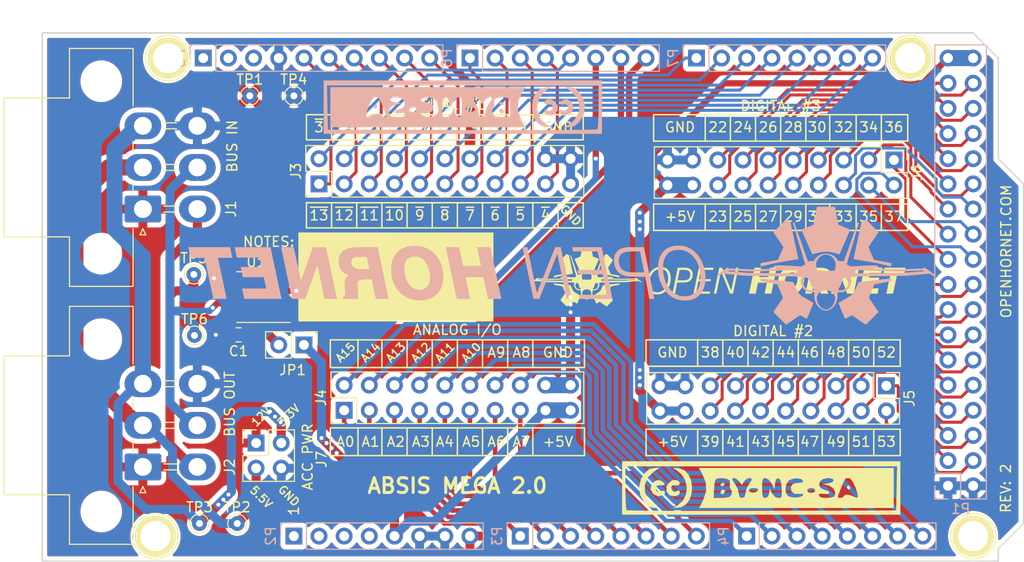
<source format=kicad_pcb>
(kicad_pcb (version 20211014) (generator pcbnew)
  (title_block (title "ABSIS Mega 2.0") (date "2023-02-10") (rev "2") (company "www.openhornet.com") (comment 1 "License:  CC BY-NC-SA"))
  (layers (0 "F.Cu" signal) (31 "B.Cu" signal) (34 "B.Paste" user) (35 "F.Paste" user) (36 "B.SilkS" user "B.Silkscreen") (37 "F.SilkS" user "F.Silkscreen") (38 "B.Mask" user) (39 "F.Mask" user) (44 "Edge.Cuts" user))
  (net 0 "")
  (net 1 "GND")
  (net 2 "+5V")
  (net 3 "+3V3")
  (net 4 "+5VD")
  (net 5 "/+12V_SUPPLY")
  (net 6 "/+5V_SUPPLY")
  (net 7 "/+3.3V_SUPPLY")
  (net 8 "/52(SCK)")
  (net 9 "/53(SS)")
  (net 10 "/50(MISO)")
  (net 11 "/51(MOSI)")
  (net 12 "/48")
  (net 13 "/49")
  (net 14 "/46")
  (net 15 "/47")
  (net 16 "/44")
  (net 17 "/45")
  (net 18 "/42")
  (net 19 "/43")
  (net 20 "/40")
  (net 21 "/41")
  (net 22 "/38")
  (net 23 "/39")
  (net 24 "/36")
  (net 25 "/37")
  (net 26 "/34")
  (net 27 "/35")
  (net 28 "/32")
  (net 29 "/33")
  (net 30 "/30")
  (net 31 "/31")
  (net 32 "/28")
  (net 33 "/29")
  (net 34 "/26")
  (net 35 "/27")
  (net 36 "/24")
  (net 37 "/25")
  (net 38 "/22")
  (net 39 "/23")
  (net 40 "/Reset")
  (net 41 "/IOREF")
  (net 42 "Net-(P2-Pad1)")
  (net 43 "/A0")
  (net 44 "/A1")
  (net 45 "/A2")
  (net 46 "/A3")
  (net 47 "/A4")
  (net 48 "/A5")
  (net 49 "/A6")
  (net 50 "/A7")
  (net 51 "/A8")
  (net 52 "/A9")
  (net 53 "/A10")
  (net 54 "/A11")
  (net 55 "/A12")
  (net 56 "/A13")
  (net 57 "/A14")
  (net 58 "/A15")
  (net 59 "/SCL")
  (net 60 "/SDA")
  (net 61 "/AREF")
  (net 62 "/13(**)")
  (net 63 "/12(**)")
  (net 64 "/11(**)")
  (net 65 "/10(**)")
  (net 66 "/9(**)")
  (net 67 "/8(**)")
  (net 68 "/7(**)")
  (net 69 "/6(**)")
  (net 70 "/5(**)")
  (net 71 "/4(**)")
  (net 72 "/3(**)")
  (net 73 "/2(**)")
  (net 74 "/1(Tx0)")
  (net 75 "/0(Rx0)")
  (net 76 "/14(Tx3)")
  (net 77 "/15(Rx3)")
  (net 78 "/16(Tx2)")
  (net 79 "/17(Rx2)")
  (net 80 "/18(Tx1)")
  (net 81 "/19(Rx1)")
  (net 82 "/20(SDA)")
  (net 83 "/21(SCL)")
  (net 84 "/BUS-ENABLE")
  (net 85 "/BUS-A")
  (net 86 "/BUS-B")
  (footprint "Socket_Arduino_Mega:Arduino_1pin" (layer "F.Cu") (at 117.348 119.126)
    (fp_text reference "MK1" hide)
    (fp_text value "MH" hide)
  )
  (footprint "Socket_Arduino_Mega:Arduino_1pin" (layer "F.Cu") (at 199.898 119.126)
    (fp_text reference "MK3" hide)
    (fp_text value "MH" hide)
  )
  (footprint "Socket_Arduino_Mega:Arduino_1pin" (layer "F.Cu") (at 118.618 70.866)
    (fp_text reference "MK4" hide)
    (fp_text value "MH" hide)
  )
  (footprint "Socket_Arduino_Mega:Arduino_1pin" (layer "F.Cu") (at 193.548 70.866)
    (fp_text reference "MK6" hide)
    (fp_text value "MH" hide)
  )
  (footprint "Connector_PinHeader_2.54mm:PinHeader_2x10_P2.54mm_Vertical" (layer "F.Cu") (at 191.135 103.9495 -90)
    (fp_text reference "J5")
    (fp_text value "DIGITAL #2")
  )
  (footprint "Connector_PinHeader_2.54mm:PinHeader_2x10_P2.54mm_Vertical" (layer "F.Cu") (at 191.897 81.153 -90)
    (fp_text reference "J6")
    (fp_text value "DIGITAL #3")
  )
  (footprint "Connector_PinHeader_2.54mm:PinHeader_2x02_P2.54mm_Vertical" (layer "F.Cu") (at 127.508 109.728)
    (fp_text reference "J7")
    (fp_text value "ACC PWR")
  )
  (footprint "Capacitor_SMD:C_0805_2012Metric_Pad1.15x1.40mm_HandSolder" (layer "F.Cu") (at 125.73 98.806 180)
    (fp_text reference "C1")
    (fp_text value "0.1uF")
  )
  (footprint "Connector_Molex:Molex_Mini-Fit_Jr_5569-06A1_2x03_P4.20mm_Horizontal" (layer "F.Cu") (at 116.078 86.106 90)
    (fp_text reference "J1")
    (fp_text value "BUS IN")
  )
  (footprint "Connector_Molex:Molex_Mini-Fit_Jr_5569-06A1_2x03_P4.20mm_Horizontal" (layer "F.Cu") (at 116.078 112.141 90)
    (fp_text reference "J2")
    (fp_text value "BUS OUT")
  )
  (footprint "Connector_PinHeader_2.54mm:PinHeader_2x11_P2.54mm_Vertical" (layer "F.Cu") (at 133.858 83.566 90)
    (fp_text reference "J3")
    (fp_text value "DIGITAL #1")
  )
  (footprint "Connector_PinHeader_2.54mm:PinHeader_2x10_P2.54mm_Vertical" (layer "F.Cu") (at 136.398 106.426 90)
    (fp_text reference "J4")
    (fp_text value "ANALOG I/O")
  )
  (footprint "TestPoint:TestPoint_THTPad_D1.5mm_Drill0.7mm" (layer "F.Cu") (at 125.603 117.856)
    (fp_text reference "TP2")
    (fp_text value "TP-5V")
  )
  (footprint "TestPoint:TestPoint_THTPad_D1.5mm_Drill0.7mm" (layer "F.Cu") (at 121.793 117.856)
    (fp_text reference "TP3")
    (fp_text value "TP-3.3V")
  )
  (footprint "TestPoint:TestPoint_THTPad_D1.5mm_Drill0.7mm" (layer "F.Cu") (at 131.318 74.676)
    (fp_text reference "TP4")
    (fp_text value "TP-GND")
  )
  (footprint "TestPoint:TestPoint_THTPad_D1.5mm_Drill0.7mm" (layer "F.Cu") (at 121.2215 92.71)
    (fp_text reference "TP5")
    (fp_text value "TP-A")
  )
  (footprint "TestPoint:TestPoint_THTPad_D1.5mm_Drill0.7mm" (layer "F.Cu") (at 121.285 98.8695)
    (fp_text reference "TP6")
    (fp_text value "TP-B")
  )
  (footprint "Package_SO:SOIC-8_3.9x4.9mm_P1.27mm" (layer "F.Cu") (at 127.508 94.996 180)
    (fp_text reference "U1")
    (fp_text value "MAX487EESA+T")
  )
  (footprint "Connector_PinHeader_2.54mm:PinHeader_1x02_P2.54mm_Vertical" (layer "F.Cu") (at 132.334 99.822 -90)
    (fp_text reference "JP1")
    (fp_text value "BUS ENABLE")
  )
  (footprint "TestPoint:TestPoint_THTPad_D1.5mm_Drill0.7mm" (layer "F.Cu") (at 126.873 74.676)
    (fp_text reference "TP1")
    (fp_text value "TP-12")
  )
  (footprint "KiCAD_Libraries:OH_LOGO_37.7mm_5.9mm" (layer "F.Cu") (at 174.218 92.966)
    (fp_text reference "G***" hide)
    (fp_text value "LOGO" hide)
  )
  (footprint "KiCAD_Libraries:CC-BY-NC-SA-Small" (layer "F.Cu") (at 178.418 114.266)
    (fp_text reference "G***" hide)
    (fp_text value "LOGO" hide)
  )
  (footprint "Connector_PinHeader_2.54mm:PinHeader_2x18_P2.54mm_Vertical" (layer "B.Cu") (at 197.358 114.046)
    (fp_text reference "P1")
    (fp_text value "Digital")
  )
  (footprint "Connector_PinHeader_2.54mm:PinHeader_1x08_P2.54mm_Vertical" (layer "B.Cu") (at 131.318 119.126 -90)
    (fp_text reference "P2")
    (fp_text value "Power")
  )
  (footprint "Connector_PinHeader_2.54mm:PinHeader_1x08_P2.54mm_Vertical" (layer "B.Cu") (at 154.178 119.126 -90)
    (fp_text reference "P3")
    (fp_text value "Analog")
  )
  (footprint "Connector_PinHeader_2.54mm:PinHeader_1x08_P2.54mm_Vertical" (layer "B.Cu") (at 177.038 119.126 -90)
    (fp_text reference "P4")
    (fp_text value "Analog")
  )
  (footprint "Connector_PinHeader_2.54mm:PinHeader_1x10_P2.54mm_Vertical" (layer "B.Cu") (at 122.174 70.866 -90)
    (fp_text reference "P5")
    (fp_text value "PWM")
  )
  (footprint "Connector_PinHeader_2.54mm:PinHeader_1x08_P2.54mm_Vertical" (layer "B.Cu") (at 149.098 70.866 -90)
    (fp_text reference "P6")
    (fp_text value "PWM")
  )
  (footprint "Connector_PinHeader_2.54mm:PinHeader_1x08_P2.54mm_Vertical" (layer "B.Cu") (at 171.958 70.866 -90)
    (fp_text reference "P7")
    (fp_text value "Communication")
  )
  (footprint "KiCAD_Libraries:CC-BY-NC-SA-Small" (layer "B.Cu") (at 148.463 75.819 180)
    (fp_text reference "G***" hide)
    (fp_text value "LOGO" hide)
  )
  (footprint "KiCAD_Libraries:OH_LOGO_75.4mm_11.9mm" (layer "B.Cu") (at 158.369 91.821 180)
    (fp_text reference "G***" hide)
    (fp_text value "LOGO" hide)
  )
  (gr_line (start 160.528 79.121) (end 132.588 79.121) (layer "F.SilkS") (width 0.15))
  (gr_line (start 135.128 79.121) (end 135.128 76.581) (layer "F.SilkS") (width 0.15))
  (gr_line (start 132.588 88.011) (end 132.588 85.471) (layer "F.SilkS") (width 0.15))
  (gr_line (start 193.294 76.581) (end 193.294 79.248) (layer "F.SilkS") (width 0.15))
  (gr_line (start 188.087 88.265) (end 188.087 85.598) (layer "F.SilkS") (width 0.15))
  (gr_line (start 180.467 88.265) (end 180.467 85.598) (layer "F.SilkS") (width 0.15))
  (gr_line (start 175.387 88.265) (end 175.387 85.598) (layer "F.SilkS") (width 0.15))
  (gr_line (start 183.007 88.265) (end 183.007 85.598) (layer "F.SilkS") (width 0.15))
  (gr_line (start 190.627 88.265) (end 190.627 85.598) (layer "F.SilkS") (width 0.15))
  (gr_line (start 177.927 88.265) (end 177.927 85.598) (layer "F.SilkS") (width 0.15))
  (gr_line (start 167.64 85.598) (end 193.294 85.598) (layer "F.SilkS") (width 0.15))
  (gr_line (start 167.64 88.265) (end 193.294 88.265) (layer "F.SilkS") (width 0.15))
  (gr_line (start 185.42 88.265) (end 185.42 85.598) (layer "F.SilkS") (width 0.15))
  (gr_line (start 172.847 88.265) (end 172.847 85.598) (layer "F.SilkS") (width 0.15))
  (gr_line (start 167.64 88.265) (end 167.64 85.598) (layer "F.SilkS") (width 0.15))
  (gr_line (start 193.294 85.598) (end 193.294 88.265) (layer "F.SilkS") (width 0.15))
  (gr_line (start 166.878 108.331) (end 192.532 108.331) (layer "F.SilkS") (width 0.15))
  (gr_line (start 192.532 108.331) (end 192.532 110.998) (layer "F.SilkS") (width 0.15))
  (gr_line (start 166.878 110.998) (end 192.532 110.998) (layer "F.SilkS") (width 0.15))
  (gr_line (start 172.085 110.998) (end 172.085 108.331) (layer "F.SilkS") (width 0.15))
  (gr_line (start 166.878 110.998) (end 166.878 108.331) (layer "F.SilkS") (width 0.15))
  (gr_line (start 184.658 110.998) (end 184.658 108.331) (layer "F.SilkS") (width 0.15))
  (gr_line (start 187.325 101.981) (end 187.325 99.314) (layer "F.SilkS") (width 0.15))
  (gr_line (start 179.705 101.981) (end 179.705 99.314) (layer "F.SilkS") (width 0.15))
  (gr_line (start 182.245 110.998) (end 182.245 108.331) (layer "F.SilkS") (width 0.15))
  (gr_line (start 174.625 101.981) (end 174.625 99.314) (layer "F.SilkS") (width 0.15))
  (gr_line (start 182.245 101.981) (end 182.245 99.314) (layer "F.SilkS") (width 0.15))
  (gr_line (start 189.865 101.981) (end 189.865 99.314) (layer "F.SilkS") (width 0.15))
  (gr_line (start 177.165 101.981) (end 177.165 99.314) (layer "F.SilkS") (width 0.15))
  (gr_line (start 166.878 99.314) (end 192.532 99.314) (layer "F.SilkS") (width 0.15))
  (gr_line (start 166.878 101.981) (end 192.532 101.981) (layer "F.SilkS") (width 0.15))
  (gr_line (start 184.658 101.981) (end 184.658 99.314) (layer "F.SilkS") (width 0.15))
  (gr_line (start 172.085 101.981) (end 172.085 99.314) (layer "F.SilkS") (width 0.15))
  (gr_line (start 179.705 110.998) (end 179.705 108.331) (layer "F.SilkS") (width 0.15))
  (gr_line (start 166.878 101.981) (end 166.878 99.314) (layer "F.SilkS") (width 0.15))
  (gr_line (start 187.325 110.998) (end 187.325 108.331) (layer "F.SilkS") (width 0.15))
  (gr_line (start 174.625 110.998) (end 174.625 108.331) (layer "F.SilkS") (width 0.15))
  (gr_line (start 189.865 110.998) (end 189.865 108.331) (layer "F.SilkS") (width 0.15))
  (gr_line (start 177.165 110.998) (end 177.165 108.331) (layer "F.SilkS") (width 0.15))
  (gr_line (start 192.532 99.314) (end 192.532 101.981) (layer "F.SilkS") (width 0.15))
  (gr_line (start 135.001 110.998) (end 135.001 108.204) (layer "F.SilkS") (width 0.15))
  (gr_line (start 160.655 102.108) (end 135.001 102.108) (layer "F.SilkS") (width 0.15))
  (gr_line (start 160.655 99.314) (end 135.001 99.314) (layer "F.SilkS") (width 0.15))
  (gr_line (start 160.655 99.314) (end 160.655 102.108) (layer "F.SilkS") (width 0.15))
  (gr_line (start 147.828 99.314) (end 147.828 102.108) (layer "F.SilkS") (width 0.15))
  (gr_line (start 135.001 102.108) (end 135.001 99.314) (layer "F.SilkS") (width 0.15))
  (gr_line (start 140.208 99.314) (end 140.208 102.108) (layer "F.SilkS") (width 0.15))
  (gr_line (start 152.908 99.314) (end 152.908 102.108) (layer "F.SilkS") (width 0.15))
  (gr_line (start 155.448 99.314) (end 155.448 102.108) (layer "F.SilkS") (width 0.15))
  (gr_line (start 137.795 99.314) (end 137.795 102.108) (layer "F.SilkS") (width 0.15))
  (gr_line (start 142.748 99.314) (end 142.748 102.108) (layer "F.SilkS") (width 0.15))
  (gr_line (start 145.288 99.314) (end 145.288 102.108) (layer "F.SilkS") (width 0.15))
  (gr_line (start 150.368 99.314) (end 150.368 102.108) (layer "F.SilkS") (width 0.15))
  (gr_line (start 167.64 76.581) (end 193.294 76.581) (layer "F.SilkS") (width 0.15))
  (gr_line (start 135.128 85.471) (end 135.128 88.011) (layer "F.SilkS") (width 0.15))
  (gr_line (start 142.748 79.121) (end 145.288 79.121) (layer "F.SilkS") (width 0.15))
  (gr_line (start 152.908 85.471) (end 152.908 88.011) (layer "F.SilkS") (width 0.15))
  (gr_line (start 132.588 79.121) (end 132.588 76.581) (layer "F.SilkS") (width 0.15))
  (gr_line (start 145.288 79.121) (end 145.288 76.581) (layer "F.SilkS") (width 0.15))
  (gr_line (start 147.828 76.581) (end 147.828 79.121) (layer "F.SilkS") (width 0.15))
  (gr_line (start 155.448 108.204) (end 155.448 110.998) (layer "F.SilkS") (width 0.15))
  (gr_line (start 167.64 79.248) (end 193.294 79.248) (layer "F.SilkS") (width 0.15))
  (gr_line (start 140.208 79.121) (end 140.208 76.581) (layer "F.SilkS") (width 0.15))
  (gr_line (start 152.908 76.581) (end 152.908 79.121) (layer "F.SilkS") (width 0.15))
  (gr_line (start 160.655 108.204) (end 135.001 108.204) (layer "F.SilkS") (width 0.15))
  (gr_line (start 132.588 85.471) (end 160.528 85.471) (layer "F.SilkS") (width 0.15))
  (gr_poly (pts (xy 131.826 88.519) (xy 151.418 88.521) (xy 151.418 97.411) (xy 131.826 97.409)) (layer "F.SilkS") (width 0.1) (fill solid))
  (gr_line (start 160.528 76.581) (end 160.528 79.121) (layer "F.SilkS") (width 0.15))
  (gr_line (start 142.748 76.581) (end 142.748 79.121) (layer "F.SilkS") (width 0.15))
  (gr_line (start 137.668 85.471) (end 137.668 88.011) (layer "F.SilkS") (width 0.15))
  (gr_line (start 147.828 85.471) (end 147.828 88.011) (layer "F.SilkS") (width 0.15))
  (gr_line (start 145.288 85.471) (end 145.288 88.011) (layer "F.SilkS") (width 0.15))
  (gr_line (start 137.668 79.121) (end 140.208 79.121) (layer "F.SilkS") (width 0.15))
  (gr_line (start 150.368 79.121) (end 150.368 76.581) (layer "F.SilkS") (width 0.15))
  (gr_line (start 160.528 85.471) (end 160.528 88.011) (layer "F.SilkS") (width 0.15))
  (gr_line (start 157.988 85.471) (end 157.988 88.011) (layer "F.SilkS") (width 0.15))
  (gr_line (start 152.908 79.121) (end 155.448 79.121) (layer "F.SilkS") (width 0.15))
  (gr_line (start 188.087 79.248) (end 188.087 76.581) (layer "F.SilkS") (width 0.15))
  (gr_line (start 140.208 108.204) (end 140.208 110.998) (layer "F.SilkS") (width 0.15))
  (gr_line (start 142.748 85.471) (end 142.748 88.011) (layer "F.SilkS") (width 0.15))
  (gr_line (start 167.64 79.248) (end 167.64 76.581) (layer "F.SilkS") (width 0.15))
  (gr_line (start 160.655 108.204) (end 160.655 110.998) (layer "F.SilkS") (width 0.15))
  (gr_line (start 132.588 76.581) (end 160.528 76.581) (layer "F.SilkS") (width 0.15))
  (gr_line (start 147.828 79.121) (end 150.368 79.121) (layer "F.SilkS") (width 0.15))
  (gr_line (start 147.828 108.204) (end 147.828 110.998) (layer "F.SilkS") (width 0.15))
  (gr_line (start 160.528 88.011) (end 132.588 88.011) (layer "F.SilkS") (width 0.15))
  (gr_line (start 145.288 108.204) (end 145.288 110.998) (layer "F.SilkS") (width 0.15))
  (gr_line (start 155.448 85.471) (end 155.448 88.011) (layer "F.SilkS") (width 0.15))
  (gr_line (start 177.927 79.248) (end 177.927 76.581) (layer "F.SilkS") (width 0.15))
  (gr_line (start 137.668 76.581) (end 137.668 79.121) (layer "F.SilkS") (width 0.15))
  (gr_line (start 183.007 79.248) (end 183.007 76.581) (layer "F.SilkS") (width 0.15))
  (gr_line (start 160.655 110.998) (end 135.001 110.998) (layer "F.SilkS") (width 0.15))
  (gr_line (start 150.368 108.204) (end 150.368 110.998) (layer "F.SilkS") (width 0.15))
  (gr_line (start 180.467 79.248) (end 180.467 76.581) (layer "F.SilkS") (width 0.15))
  (gr_line (start 190.627 79.248) (end 190.627 76.581) (layer "F.SilkS") (width 0.15))
  (gr_line (start 140.208 85.471) (end 140.208 88.011) (layer "F.SilkS") (width 0.15))
  (gr_line (start 152.908 108.204) (end 152.908 110.998) (layer "F.SilkS") (width 0.15))
  (gr_line (start 155.448 79.121) (end 155.448 76.581) (layer "F.SilkS") (width 0.15))
  (gr_line (start 150.368 85.471) (end 150.368 88.011) (layer "F.SilkS") (width 0.15))
  (gr_line (start 172.847 79.248) (end 172.847 76.581) (layer "F.SilkS") (width 0.15))
  (gr_line (start 185.42 79.248) (end 185.42 76.581) (layer "F.SilkS") (width 0.15))
  (gr_line (start 137.795 108.204) (end 137.795 110.998) (layer "F.SilkS") (width 0.15))
  (gr_line (start 142.748 108.204) (end 142.748 110.998) (layer "F.SilkS") (width 0.15))
  (gr_line (start 175.387 79.248) (end 175.387 76.581) (layer "F.SilkS") (width 0.15))
  (gr_line (start 105.918 121.666) (end 202.438 121.666) (layer "Edge.Cuts") (width 0.15))
  (gr_line (start 199.898 68.326) (end 105.918 68.326) (layer "Edge.Cuts") (width 0.15))
  (gr_line (start 105.918 121.666) (end 105.918 68.326) (layer "Edge.Cuts") (width 0.15))
  (gr_line (start 202.438 81.026) (end 204.978 83.566) (layer "Edge.Cuts") (width 0.15))
  (gr_line (start 204.978 83.566) (end 204.978 117.856) (layer "Edge.Cuts") (width 0.15))
  (gr_line (start 202.438 70.866) (end 202.438 81.026) (layer "Edge.Cuts") (width 0.15))
  (gr_line (start 199.898 68.326) (end 202.438 70.866) (layer "Edge.Cuts") (width 0.15))
  (gr_line (start 202.438 120.396) (end 202.438 121.666) (layer "Edge.Cuts") (width 0.15))
  (gr_line (start 204.978 117.856) (end 202.438 120.396) (layer "Edge.Cuts") (width 0.15))
  (gr_text "GND" (at 170.307 77.851) (layer "F.SilkS") (effects (font (size 1 1))))
  (gr_text "27" (at 179.197 86.868) (layer "F.SilkS") (effects (font (size 1 1))))
  (gr_text "35" (at 189.357 86.868) (layer "F.SilkS") (effects (font (size 1 1))))
  (gr_text "37" (at 191.897 86.868) (layer "F.SilkS") (effects (font (size 1 1))))
  (gr_text "+5V" (at 170.307 86.868) (layer "F.SilkS") (effects (font (size 1 1))))
  (gr_text "23" (at 174.117 86.868) (layer "F.SilkS") (effects (font (size 1 1))))
  (gr_text "25" (at 176.657 86.868) (layer "F.SilkS") (effects (font (size 1 1))))
  (gr_text "29" (at 181.737 86.868) (layer "F.SilkS") (effects (font (size 1 1))))
  (gr_text "33" (at 186.817 86.868) (layer "F.SilkS") (effects (font (size 1 1))))
  (gr_text "31" (at 184.15 86.868) (layer "F.SilkS") (effects (font (size 1 1))))
  (gr_text "42" (at 178.435 100.584) (layer "F.SilkS") (effects (font (size 1 1))))
  (gr_text "50" (at 188.595 100.584) (layer "F.SilkS") (effects (font (size 1 1))))
  (gr_text "52" (at 191.135 100.584) (layer "F.SilkS") (effects (font (size 1 1))))
  (gr_text "47" (at 183.388 109.601) (layer "F.SilkS") (effects (font (size 1 1))))
  (gr_text "45" (at 180.975 109.601) (layer "F.SilkS") (effects (font (size 1 1))))
  (gr_text "51" (at 188.595 109.601) (layer "F.SilkS") (effects (font (size 1 1))))
  (gr_text "49" (at 186.055 109.601) (layer "F.SilkS") (effects (font (size 1 1))))
  (gr_text "GND" (at 169.545 100.584) (layer "F.SilkS") (effects (font (size 1 1))))
  (gr_text "38" (at 173.355 100.584) (layer "F.SilkS") (effects (font (size 1 1))))
  (gr_text "40" (at 175.895 100.584) (layer "F.SilkS") (effects (font (size 1 1))))
  (gr_text "43" (at 178.435 109.601) (layer "F.SilkS") (effects (font (size 1 1))))
  (gr_text "44" (at 180.975 100.584) (layer "F.SilkS") (effects (font (size 1 1))))
  (gr_text "53" (at 191.135 109.601) (layer "F.SilkS") (effects (font (size 1 1))))
  (gr_text "48" (at 186.055 100.584) (layer "F.SilkS") (effects (font (size 1 1))))
  (gr_text "+5V" (at 169.545 109.601) (layer "F.SilkS") (effects (font (size 1 1))))
  (gr_text "39" (at 173.355 109.601) (layer "F.SilkS") (effects (font (size 1 1))))
  (gr_text "41" (at 175.895 109.601) (layer "F.SilkS") (effects (font (size 1 1))))
  (gr_text "46" (at 183.388 100.584) (layer "F.SilkS") (effects (font (size 1 1))))
  (gr_text "GND" (at 157.988 100.584) (layer "F.SilkS") (effects (font (size 1 1))))
  (gr_text "+5V" (at 157.988 109.601) (layer "F.SilkS") (effects (font (size 1 1))))
  (gr_text "A9" (at 151.765 100.584) (layer "F.SilkS") (effects (font (size 1 1))))
  (gr_text "A8" (at 154.305 100.584) (layer "F.SilkS") (effects (font (size 1 1))))
  (gr_text "A6" (at 151.765 109.601) (layer "F.SilkS") (effects (font (size 1 1))))
  (gr_text "A5" (at 149.225 109.601) (layer "F.SilkS") (effects (font (size 1 1))))
  (gr_text "A15" (at 136.525 100.584 45) (layer "F.SilkS") (effects (font (size 0.8 0.8))))
  (gr_text "A14" (at 139.065 100.584 45) (layer "F.SilkS") (effects (font (size 0.8 0.8))))
  (gr_text "A2" (at 141.605 109.601) (layer "F.SilkS") (effects (font (size 1 1))))
  (gr_text "A13" (at 141.605 100.584 45) (layer "F.SilkS") (effects (font (size 0.8 0.8))))
  (gr_text "A4" (at 146.558 109.601) (layer "F.SilkS") (effects (font (size 1 1))))
  (gr_text "A3" (at 144.145 109.601) (layer "F.SilkS") (effects (font (size 1 1))))
  (gr_text "A0" (at 136.525 109.601) (layer "F.SilkS") (effects (font (size 1 1))))
  (gr_text "A7" (at 154.305 109.601) (layer "F.SilkS") (effects (font (size 1 1))))
  (gr_text "A10" (at 149.225 100.584 45) (layer "F.SilkS") (effects (font (size 0.8 0.8))))
  (gr_text "A1" (at 139.065 109.601) (layer "F.SilkS") (effects (font (size 1 1))))
  (gr_text "A11" (at 146.558 100.584 45) (layer "F.SilkS") (effects (font (size 0.8 0.8))))
  (gr_text "A12" (at 144.145 100.584 45) (layer "F.SilkS") (effects (font (size 0.8 0.8))))
  (gr_text "34" (at 189.357 77.851) (layer "F.SilkS") (effects (font (size 1 1))))
  (gr_text "~{6}" (at 151.638 86.741) (layer "F.SilkS") (effects (font (size 1 1))))
  (gr_text "24" (at 176.657 77.851) (layer "F.SilkS") (effects (font (size 1 1))))
  (gr_text "~{11}" (at 138.938 86.741) (layer "F.SilkS") (effects (font (size 1 1))))
  (gr_text "~{9}" (at 144.018 86.741) (layer "F.SilkS") (effects (font (size 1 1))))
  (gr_text "16" (at 141.478 77.851) (layer "F.SilkS") (effects (font (size 1 1))))
  (gr_text "~{4}" (at 156.718 86.741) (layer "F.SilkS") (effects (font (size 1 1))))
  (gr_text "ABSIS MEGA 2.0" (at 147.828 114.046) (layer "F.SilkS") (effects (font (size 1.5 1.5) (thickness 0.3))))
  (gr_text "OPENHORNET.COM" (at 203.238 90.386 90) (layer "F.SilkS") (effects (font (size 1 1))))
  (gr_text "30" (at 184.15 77.851) (layer "F.SilkS") (effects (font (size 1 1))))
  (gr_text "3.3V" (at 130.81 106.934 45) (layer "F.SilkS") (effects (font (size 0.8 0.8))))
  (gr_text "32" (at 186.817 77.851) (layer "F.SilkS") (effects (font (size 1 1))))
  (gr_text "19" (at 149.098 77.851) (layer "F.SilkS") (effects (font (size 1 1))))
  (gr_text "~{8}" (at 146.558 86.741) (layer "F.SilkS") (effects (font (size 1 1))))
  (gr_text "~{7}" (at 149.098 86.741) (layer "F.SilkS") (effects (font (size 1 1))))
  (gr_text "~{5}" (at 154.178 86.741) (layer "F.SilkS") (effects (font (size 1 1))))
  (gr_text "GND" (at 130.81 115.062 -45) (layer "F.SilkS") (effects (font (size 0.8 0.8))))
  (gr_text "22" (at 174.117 77.851) (layer "F.SilkS") (effects (font (size 1 1))))
  (gr_text "21" (at 154.178 77.851) (layer "F.SilkS") (effects (font (size 1 1))))
  (gr_text "17" (at 144.018 77.851) (layer "F.SilkS") (effects (font (size 1 1))))
  (gr_text "36" (at 191.897 77.851) (layer "F.SilkS") (effects (font (size 1 1))))
  (gr_text "12V" (at 128.016 107.061 45) (layer "F.SilkS") (effects (font (size 0.8 0.8))))
  (gr_text "~{3}" (at 133.858 77.851) (layer "F.SilkS") (effects (font (size 1 1))))
  (gr_text "NOTES:" (at 128.778 89.408) (layer "F.SilkS") (effects (font (size 1 1))))
  (gr_text "14" (at 136.398 77.851) (layer "F.SilkS") (effects (font (size 1 1))))
  (gr_text "28" (at 181.737 77.851) (layer "F.SilkS") (effects (font (size 1 1))))
  (gr_text "REV: 2" (at 203.2 114.3 90) (layer "F.SilkS") (effects (font (size 1 1))))
  (gr_text "18" (at 146.558 77.851) (layer "F.SilkS") (effects (font (size 1 1))))
  (gr_text "~{12}" (at 136.398 86.741) (layer "F.SilkS") (effects (font (size 1 1))))
  (gr_text "15" (at 138.938 77.851) (layer "F.SilkS") (effects (font (size 1 1))))
  (gr_text "26" (at 179.197 77.851) (layer "F.SilkS") (effects (font (size 1 1))))
  (gr_text "~{13}" (at 133.858 86.741) (layer "F.SilkS") (effects (font (size 1 1))))
  (gr_text "GND" (at 157.988 77.851) (layer "F.SilkS") (effects (font (size 1 1))))
  (gr_text "20" (at 151.638 77.851) (layer "F.SilkS") (effects (font (size 1 1))))
  (gr_text "~{10}" (at 141.478 86.741) (layer "F.SilkS") (effects (font (size 1 1))))
  (gr_text "1" (at 131.318 116.586 90) (layer "F.SilkS") (effects (font (size 1 1))))
  (gr_text "5.5V" (at 128.016 115.189 -45) (layer "F.SilkS") (effects (font (size 0.8 0.8))))
  (gr_text "GND" (at 159.258 86.741 -45) (layer "F.SilkS") (effects (font (size 0.8 0.8))))
  (segment (start 159.258 95.758) (end 159.258 94.996) (width 0.9144) (layer "F.Cu") (net 1))
  (segment (start 159.258 96.52) (end 159.258 95.758) (width 0.9144) (layer "F.Cu") (net 1))
  (segment (start 124.705 98.806) (end 123.444 98.806) (width 0.9144) (layer "F.Cu") (net 1))
  (segment (start 159.258 102.683919) (end 159.258 96.52) (width 0.9144) (layer "F.Cu") (net 1))
  (segment (start 159.258 103.886) (end 159.258 102.683919) (width 0.9144) (layer "F.Cu") (net 1))
  (segment (start 125.033 93.091) (end 123.2535 93.091) (width 0.635) (layer "F.Cu") (net 1))
  (via (at 123.444 98.806) (size 0.6) (drill 0.4) (layers "F.Cu" "B.Cu") (net 1))
  (via (at 159.258 95.758) (size 0.6) (drill 0.4) (layers "F.Cu" "B.Cu") (net 1))
  (via (at 159.258 96.52) (size 0.6) (drill 0.4) (layers "F.Cu" "B.Cu") (net 1))
  (via (at 123.2535 93.091) (size 0.6) (drill 0.4) (layers "F.Cu" "B.Cu") (net 1))
  (via (at 159.258 94.996) (size 0.6) (drill 0.4) (layers "F.Cu" "B.Cu") (net 1))
  (segment (start 156.718 103.886) (end 159.258 103.886) (width 1.6256) (layer "B.Cu") (net 1))
  (segment (start 141.478 116.586) (end 141.478 119.126) (width 0.9144) (layer "F.Cu") (net 2))
  (segment (start 134.112 109.22) (end 141.478 116.586) (width 0.9144) (layer "F.Cu") (net 2))
  (via (at 135.636 110.744) (size 0.6) (drill 0.4) (layers "F.Cu" "B.Cu") (net 2))
  (via (at 134.62 109.728) (size 0.6) (drill 0.4) (layers "F.Cu" "B.Cu") (net 2))
  (via (at 135.128 110.236) (size 0.6) (drill 0.4) (layers "F.Cu" "B.Cu") (net 2))
  (via (at 134.112 109.22) (size 0.6) (drill 0.4) (layers "F.Cu" "B.Cu") (net 2))
  (segment (start 141.478 119.126) (end 142.985201 117.618799) (width 0.9144) (layer "B.Cu") (net 2))
  (segment (start 155.868001 107.275999) (end 156.718 106.426) (width 0.9144) (layer "B.Cu") (net 2))
  (segment (start 134.112 101.6) (end 134.112 108.620002) (width 0.9144) (layer "B.Cu") (net 2))
  (segment (start 156.718 106.426) (end 159.258 106.426) (width 1.6256) (layer "B.Cu") (net 2))
  (segment (start 134.112 108.620002) (end 134.112 109.22) (width 0.9144) (layer "B.Cu") (net 2))
  (segment (start 145.525201 117.618799) (end 155.868001 107.275999) (width 0.9144) (layer "B.Cu") (net 2))
  (segment (start 142.985201 117.618799) (end 145.525201 117.618799) (width 0.9144) (layer "B.Cu") (net 2))
  (segment (start 132.334 99.822) (end 134.112 101.6) (width 0.9144) (layer "B.Cu") (net 2))
  (segment (start 166.243 86.487) (end 166.243 86.487) (width 0.9144) (layer "F.Cu") (net 4))
  (segment (start 166.243 88.138) (end 166.243 88.138) (width 0.9144) (layer "F.Cu") (net 4))
  (segment (start 166.243 87.376) (end 166.243 88.138) (width 0.9144) (layer "F.Cu") (net 4))
  (segment (start 166.243 103.124) (end 166.243 102.362) (width 0.9144) (layer "F.Cu") (net 4))
  (segment (start 166.243 103.886) (end 166.243 103.124) (width 0.9144) (layer "F.Cu") (net 4))
  (segment (start 167.669499 80.496599) (end 174.750597 73.415501) (width 0.635) (layer "F.Cu") (net 4))
  (segment (start 166.243 86.487) (end 166.243 87.376) (width 0.9144) (layer "F.Cu") (net 4))
  (segment (start 169.037 83.693) (end 166.243 86.487) (width 0.9144) (layer "F.Cu") (net 4))
  (segment (start 196.508001 71.715999) (end 197.358 70.866) (width 0.635) (layer "F.Cu") (net 4))
  (segment (start 166.243 104.4575) (end 166.243 103.886) (width 0.9144) (layer "F.Cu") (net 4))
  (segment (start 167.669499 82.325499) (end 167.669499 80.496599) (width 0.635) (layer "F.Cu") (net 4))
  (segment locked (start 174.750597 73.415501) (end 194.808499 73.415501) (width 0.635) (layer "F.Cu") (net 4))
  (segment (start 194.808499 73.415501) (end 196.508001 71.715999) (width 0.635) (layer "F.Cu") (net 4))
  (segment (start 169.037 83.693) (end 167.669499 82.325499) (width 0.635) (layer "F.Cu") (net 4))
  (segment (start 166.243 104.4575) (end 167.425001 105.639501) (width 0.9144) (layer "F.Cu") (net 4))
  (segment (start 167.425001 105.639501) (end 168.275 106.4895) (width 0.9144) (layer "F.Cu") (net 4))
  (via (at 166.243 103.124) (size 0.6) (drill 0.4) (layers "F.Cu" "B.Cu") (net 4))
  (via (at 166.243 103.886) (size 0.6) (drill 0.4) (layers "F.Cu" "B.Cu") (net 4))
  (via (at 166.243 102.362) (size 0.6) (drill 0.4) (layers "F.Cu" "B.Cu") (net 4))
  (via (at 166.243 88.138) (size 0.6) (drill 0.4) (layers "F.Cu" "B.Cu") (net 4))
  (via (at 166.243 87.376) (size 0.6) (drill 0.4) (layers "F.Cu" "B.Cu") (net 4))
  (via (at 166.243 86.487) (size 0.6) (drill 0.4) (layers "F.Cu" "B.Cu") (net 4))
  (segment (start 166.243 103.886) (end 166.243 86.487) (width 0.9144) (layer "B.Cu") (net 4))
  (segment (start 170.815 106.4895) (end 168.275 106.4895) (width 0.9144) (layer "B.Cu") (net 4))
  (segment (start 197.358 70.866) (end 199.898 70.866) (width 1.6256) (layer "B.Cu") (net 4))
  (segment (start 171.577 83.693) (end 169.037 83.693) (width 1.6256) (layer "B.Cu") (net 4))
  (segment (start 109.265199 101.628199) (end 115.578 107.941) (width 1.6256) (layer "F.Cu") (net 6))
  (segment (start 127.508 115.951) (end 125.603 117.856) (width 0.9144) (layer "F.Cu") (net 6))
  (segment (start 112.6024 81.906) (end 109.265199 85.243201) (width 1.6256) (layer "F.Cu") (net 6))
  (segment (start 116.078 81.906) (end 112.6024 81.906) (width 1.6256) (layer "F.Cu") (net 6))
  (segment (start 127.508 112.268) (end 127.508 115.951) (width 0.9144) (layer "F.Cu") (net 6))
  (segment (start 109.265199 85.243201) (end 109.265199 101.628199) (width 1.6256) (layer "F.Cu") (net 6))
  (segment (start 115.578 107.941) (end 116.078 107.941) (width 1.6256) (layer "F.Cu") (net 6))
  (segment (start 124.54234 117.856) (end 125.603 117.856) (width 0.9144) (layer "B.Cu") (net 6))
  (segment (start 123.954377 117.856) (end 124.54234 117.856) (width 0.9144) (layer "B.Cu") (net 6))
  (segment (start 116.078 107.941) (end 116.578 107.941) (width 0.9144) (layer "B.Cu") (net 6))
  (segment (start 119.07079 110.43379) (end 119.07079 112.972413) (width 0.9144) (layer "B.Cu") (net 6))
  (segment (start 116.578 107.941) (end 119.07079 110.43379) (width 0.9144) (layer "B.Cu") (net 6))
  (segment (start 119.07079 112.972413) (end 123.954377 117.856) (width 0.9144) (layer "B.Cu") (net 6))
  (segment (start 121.793 117.856) (end 123.698 115.951) (width 0.9144) (layer "F.Cu") (net 7))
  (segment (start 129.413 107.061) (end 128.905 106.553) (width 0.9144) (layer "F.Cu") (net 7))
  (segment (start 129.9845 107.6325) (end 129.413 107.061) (width 0.9144) (layer "F.Cu") (net 7))
  (segment (start 124.206 115.443) (end 124.714 114.935) (width 0.9144) (layer "F.Cu") (net 7))
  (segment (start 123.698 115.951) (end 124.1425 115.5065) (width 0.9144) (layer "F.Cu") (net 7))
  (segment (start 124.1425 115.5065) (end 124.206 115.443) (width 0.9144) (layer "F.Cu") (net 7))
  (segment (start 130.048 107.696) (end 129.9845 107.6325) (width 0.9144) (layer "F.Cu") (net 7))
  (segment (start 130.048 108.525919) (end 130.048 107.696) (width 0.9144) (layer "F.Cu") (net 7))
  (segment (start 130.048 109.728) (end 130.048 108.525919) (width 0.9144) (layer "F.Cu") (net 7))
  (via (at 124.714 114.935) (size 0.6) (drill 0.4) (layers "F.Cu" "B.Cu") (net 7))
  (via (at 128.905 106.553) (size 0.6) (drill 0.4) (layers "F.Cu" "B.Cu") (net 7))
  (via (at 123.698 115.951) (size 0.6) (drill 0.4) (layers "F.Cu" "B.Cu") (net 7))
  (via (at 129.9845 107.6325) (size 0.6) (drill 0.4) (layers "F.Cu" "B.Cu") (net 7))
  (via (at 129.413 107.061) (size 0.6) (drill 0.4) (layers "F.Cu" "B.Cu") (net 7))
  (via (at 124.206 115.443) (size 0.6) (drill 0.4) (layers "F.Cu" "B.Cu") (net 7))
  (segment (start 115.578 103.741) (end 113.57079 105.74821) (width 0.9144) (layer "B.Cu") (net 7))
  (segment (start 115.578 77.706) (end 113.21519 80.06881) (width 1.6256) (layer "B.Cu") (net 7))
  (segment (start 125.984 106.553) (end 128.905 106.553) (width 0.9144) (layer "B.Cu") (net 7))
  (segment (start 113.57079 113.61678) (end 116.390809 116.436799) (width 0.9144) (layer "B.Cu") (net 7))
  (segment (start 121.043001 117.106001) (end 121.793 117.856) (width 0.9144) (layer "B.Cu") (net 7))
  (segment (start 120.373799 116.436799) (end 121.043001 117.106001) (width 0.9144) (layer "B.Cu") (net 7))
  (segment (start 128.905 106.553) (end 129.9845 107.6325) (width 0.9144) (layer "B.Cu") (net 7))
  (segment (start 113.21519 80.06881) (end 113.21519 88.076244) (width 1.6256) (layer "B.Cu") (net 7))
  (segment (start 113.21519 88.076244) (end 116.078 90.939054) (width 1.6256) (layer "B.Cu") (net 7))
  (segment (start 123.698 115.951) (end 124.714 114.935) (width 0.9144) (layer "B.Cu") (net 7))
  (segment (start 116.078 103.741) (end 115.578 103.741) (width 0.9144) (layer "B.Cu") (net 7))
  (segment (start 125.013999 107.523001) (end 125.984 106.553) (width 0.9144) (layer "B.Cu") (net 7))
  (segment (start 116.078 100.7654) (end 116.078 103.741) (width 1.6256) (layer "B.Cu") (net 7))
  (segment (start 116.078 77.706) (end 115.578 77.706) (width 1.6256) (layer "B.Cu") (net 7))
  (segment (start 116.078 90.939054) (end 116.078 100.7654) (width 1.6256) (layer "B.Cu") (net 7))
  (segment (start 125.013999 114.635001) (end 125.013999 107.523001) (width 0.9144) (layer "B.Cu") (net 7))
  (segment (start 124.714 114.935) (end 125.013999 114.635001) (width 0.9144) (layer "B.Cu") (net 7))
  (segment (start 113.57079 105.74821) (end 113.57079 113.61678) (width 0.9144) (layer "B.Cu") (net 7))
  (segment (start 116.390809 116.436799) (end 120.373799 116.436799) (width 0.9144) (layer "B.Cu") (net 7))
  (segment (start 192.337401 103.997101) (end 192.337401 106.485401) (width 0.3048) (layer "F.Cu") (net 8))
  (segment (start 191.135 103.9495) (end 192.2898 103.9495) (width 0.3048) (layer "F.Cu") (net 8))
  (segment (start 192.337401 106.485401) (end 196.508001 110.656001) (width 0.3048) (layer "F.Cu") (net 8))
  (segment (start 196.508001 110.656001) (end 197.358 111.506) (width 0.3048) (layer "F.Cu") (net 8))
  (segment (start 192.2898 103.9495) (end 192.337401 103.997101) (width 0.3048) (layer "F.Cu") (net 8))
  (segment (start 191.135 106.4895) (end 191.135 107.691581) (width 0.3048) (layer "F.Cu") (net 9))
  (segment (start 196.15182 112.708401) (end 198.695599 112.708401) (width 0.3048) (layer "F.Cu") (net 9))
  (segment (start 191.135 107.691581) (end 196.15182 112.708401) (width 0.3048) (layer "F.Cu") (net 9))
  (segment (start 199.048001 112.355999) (end 199.898 111.506) (width 0.3048) (layer "F.Cu") (net 9))
  (segment (start 198.695599 112.708401) (end 199.048001 112.355999) (width 0.3048) (layer "F.Cu") (net 9))
  (segment (start 188.595 103.9495) (end 188.595 103.04509) (width 0.3048) (layer "F.Cu") (net 10))
  (segment (start 193.347022 104.955022) (end 196.508001 108.116001) (width 0.3048) (layer "F.Cu") (net 10))
  (segment (start 196.508001 108.116001) (end 197.358 108.966) (width 0.3048) (layer "F.Cu") (net 10))
  (segment (start 188.595 103.04509) (end 189.563982 102.076108) (width 0.3048) (layer "F.Cu") (net 10))
  (segment (start 193.347022 103.11329) (end 193.347022 104.955022) (width 0.3048) (layer "F.Cu") (net 10))
  (segment (start 192.30984 102.076108) (end 193.347022 103.11329) (width 0.3048) (layer "F.Cu") (net 10))
  (segment (start 189.563982 102.076108) (end 192.30984 102.076108) (width 0.3048) (layer "F.Cu") (net 10))
  (segment (start 189.9285 105.156) (end 189.9285 102.580919) (width 0.3048) (layer "F.Cu") (net 11))
  (segment (start 196.734309 110.168401) (end 198.695599 110.168401) (width 0.3048) (layer "F.Cu") (net 11))
  (segment (start 198.695599 110.168401) (end 199.048001 109.815999) (width 0.3048) (layer "F.Cu") (net 11))
  (segment (start 192.100741 102.580919) (end 192.842211 103.322389) (width 0.3048) (layer "F.Cu") (net 11))
  (segment (start 199.048001 109.815999) (end 199.898 108.966) (width 0.3048) (layer "F.Cu") (net 11))
  (segment (start 188.595 106.4895) (end 189.9285 105.156) (width 0.3048) (layer "F.Cu") (net 11))
  (segment (start 192.842211 106.276303) (end 196.734309 110.168401) (width 0.3048) (layer "F.Cu") (net 11))
  (segment (start 189.9285 102.580919) (end 192.100741 102.580919) (width 0.3048) (layer "F.Cu") (net 11))
  (segment (start 192.842211 103.322389) (end 192.842211 106.276303) (width 0.3048) (layer "F.Cu") (net 11))
  (segment (start 194.356644 103.424644) (end 196.508001 105.576001) (width 0.3048) (layer "F.Cu") (net 12))
  (segment (start 186.055 103.9495) (end 188.938014 101.066486) (width 0.3048) (layer "F.Cu") (net 12))
  (segment (start 192.728038 101.066486) (end 194.356644 102.695092) (width 0.3048) (layer "F.Cu") (net 12))
  (segment (start 196.508001 105.576001) (end 197.358 106.426) (width 0.3048) (layer "F.Cu") (net 12))
  (segment (start 194.356644 102.695092) (end 194.356644 103.424644) (width 0.3048) (layer "F.Cu") (net 12))
  (segment (start 188.938014 101.066486) (end 192.728038 101.066486) (width 0.3048) (layer "F.Cu") (net 12))
  (segment (start 193.851833 102.904191) (end 193.851833 104.699387) (width 0.3048) (layer "F.Cu") (net 13))
  (segment (start 187.257401 103.507545) (end 189.193649 101.571297) (width 0.3048) (layer "F.Cu") (net 13))
  (segment (start 198.695599 107.628401) (end 199.048001 107.275999) (width 0.3048) (layer "F.Cu") (net 13))
  (segment (start 186.055 106.4895) (end 187.257401 105.287099) (width 0.3048) (layer "F.Cu") (net 13))
  (segment (start 187.257401 105.287099) (end 187.257401 103.507545) (width 0.3048) (layer "F.Cu") (net 13))
  (segment (start 193.851833 104.699387) (end 196.780847 107.628401) (width 0.3048) (layer "F.Cu") (net 13))
  (segment (start 192.518939 101.571297) (end 193.851833 102.904191) (width 0.3048) (layer "F.Cu") (net 13))
  (segment (start 196.780847 107.628401) (end 198.695599 107.628401) (width 0.3048) (layer "F.Cu") (net 13))
  (segment (start 199.048001 107.275999) (end 199.898 106.426) (width 0.3048) (layer "F.Cu") (net 13))
  (segment (start 189.193649 101.571297) (end 192.518939 101.571297) (width 0.3048) (layer "F.Cu") (net 13))
  (segment (start 187.400424 100.056864) (end 193.146236 100.056864) (width 0.3048) (layer "F.Cu") (net 14))
  (segment (start 184.364999 103.099501) (end 184.364999 103.092289) (width 0.3048) (layer "F.Cu") (net 14))
  (segment (start 183.515 103.9495) (end 184.364999 103.099501) (width 0.3048) (layer "F.Cu") (net 14))
  (segment (start 196.125373 103.036001) (end 196.508001 103.036001) (width 0.3048) (layer "F.Cu") (net 14))
  (segment (start 196.508001 103.036001) (end 197.358 103.886) (width 0.3048) (layer "F.Cu") (net 14))
  (segment (start 193.146236 100.056864) (end 196.125373 103.036001) (width 0.3048) (layer "F.Cu") (net 14))
  (segment (start 184.364999 103.092289) (end 187.400424 100.056864) (width 0.3048) (layer "F.Cu") (net 14))
  (segment (start 194.861455 103.199903) (end 196.749953 105.088401) (width 0.3048) (layer "F.Cu") (net 15))
  (segment (start 199.048001 104.735999) (end 199.898 103.886) (width 0.3048) (layer "F.Cu") (net 15))
  (segment (start 198.695599 105.088401) (end 199.048001 104.735999) (width 0.3048) (layer "F.Cu") (net 15))
  (segment (start 194.861455 102.485993) (end 194.861455 103.199903) (width 0.3048) (layer "F.Cu") (net 15))
  (segment (start 184.852599 103.318599) (end 187.609523 100.561675) (width 0.3048) (layer "F.Cu") (net 15))
  (segment (start 187.609523 100.561675) (end 192.937137 100.561675) (width 0.3048) (layer "F.Cu") (net 15))
  (segment (start 183.515 106.4895) (end 184.852599 105.151901) (width 0.3048) (layer "F.Cu") (net 15))
  (segment (start 196.749953 105.088401) (end 198.695599 105.088401) (width 0.3048) (layer "F.Cu") (net 15))
  (segment (start 184.852599 105.151901) (end 184.852599 103.318599) (width 0.3048) (layer "F.Cu") (net 15))
  (segment (start 192.937137 100.561675) (end 194.861455 102.485993) (width 0.3048) (layer "F.Cu") (net 15))
  (segment (start 193.564434 99.047242) (end 194.355139 99.837947) (width 0.3048) (layer "F.Cu") (net 16))
  (segment (start 195.849949 99.837949) (end 196.508001 100.496001) (width 0.3048) (layer "F.Cu") (net 16))
  (segment (start 196.508001 100.496001) (end 197.358 101.346) (width 0.3048) (layer "F.Cu") (net 16))
  (segment (start 194.355139 99.837947) (end 195.849949 99.837949) (width 0.3048) (layer "F.Cu") (net 16))
  (segment (start 185.877258 99.047242) (end 193.564434 99.047242) (width 0.3048) (layer "F.Cu") (net 16))
  (segment (start 180.975 103.9495) (end 185.877258 99.047242) (width 0.3048) (layer "F.Cu") (net 16))
  (segment (start 182.177401 103.507545) (end 186.132893 99.552053) (width 0.3048) (layer "F.Cu") (net 17))
  (segment (start 198.695599 102.548401) (end 199.048001 102.195999) (width 0.3048) (layer "F.Cu") (net 17))
  (segment (start 196.780847 102.548401) (end 198.695599 102.548401) (width 0.3048) (layer "F.Cu") (net 17))
  (segment (start 182.177401 105.287099) (end 182.177401 103.507545) (width 0.3048) (layer "F.Cu") (net 17))
  (segment (start 194.146039 100.342757) (end 194.575205 100.342759) (width 0.3048) (layer "F.Cu") (net 17))
  (segment (start 194.575205 100.342759) (end 196.780847 102.548401) (width 0.3048) (layer "F.Cu") (net 17))
  (segment (start 186.132893 99.552053) (end 193.355335 99.552053) (width 0.3048) (layer "F.Cu") (net 17))
  (segment (start 180.975 106.4895) (end 182.177401 105.287099) (width 0.3048) (layer "F.Cu") (net 17))
  (segment (start 199.048001 102.195999) (end 199.898 101.346) (width 0.3048) (layer "F.Cu") (net 17))
  (segment (start 193.355335 99.552053) (end 194.146039 100.342757) (width 0.3048) (layer "F.Cu") (net 17))
  (segment (start 184.34688 98.03762) (end 195.387539 98.03762) (width 0.3048) (layer "F.Cu") (net 18))
  (segment (start 195.387539 98.03762) (end 196.155919 98.806) (width 0.3048) (layer "F.Cu") (net 18))
  (segment (start 196.155919 98.806) (end 197.358 98.806) (width 0.3048) (layer "F.Cu") (net 18))
  (segment (start 178.435 103.9495) (end 184.34688 98.03762) (width 0.3048) (layer "F.Cu") (net 18))
  (segment (start 199.048001 99.655999) (end 199.898 98.806) (width 0.3048) (layer "F.Cu") (net 19))
  (segment (start 179.637401 105.287099) (end 179.637401 103.507545) (width 0.3048) (layer "F.Cu") (net 19))
  (segment (start 198.695599 100.008401) (end 199.048001 99.655999) (width 0.3048) (layer "F.Cu") (net 19))
  (segment (start 194.564239 99.333137) (end 196.105585 99.333139) (width 0.3048) (layer "F.Cu") (net 19))
  (segment (start 196.780847 100.008401) (end 198.695599 100.008401) (width 0.3048) (layer "F.Cu") (net 19))
  (segment (start 179.637401 103.507545) (end 184.602515 98.542431) (width 0.3048) (layer "F.Cu") (net 19))
  (segment (start 196.105585 99.333139) (end 196.780847 100.008401) (width 0.3048) (layer "F.Cu") (net 19))
  (segment (start 193.773533 98.542431) (end 194.564239 99.333137) (width 0.3048) (layer "F.Cu") (net 19))
  (segment (start 178.435 106.4895) (end 179.637401 105.287099) (width 0.3048) (layer "F.Cu") (net 19))
  (segment (start 184.602515 98.542431) (end 193.773533 98.542431) (width 0.3048) (layer "F.Cu") (net 19))
  (segment (start 196.596 97.028) (end 197.358 96.266) (width 0.3048) (layer "F.Cu") (net 20))
  (segment (start 175.895 103.9495) (end 182.8165 97.028) (width 0.3048) (layer "F.Cu") (net 20))
  (segment (start 182.8165 97.028) (end 196.596 97.028) (width 0.3048) (layer "F.Cu") (net 20))
  (segment (start 175.895 106.4895) (end 177.097401 105.287099) (width 0.3048) (layer "F.Cu") (net 21))
  (segment (start 198.631189 97.532811) (end 199.048001 97.115999) (width 0.3048) (layer "F.Cu") (net 21))
  (segment (start 183.072135 97.532811) (end 198.631189 97.532811) (width 0.3048) (layer "F.Cu") (net 21))
  (segment (start 177.097401 103.507545) (end 183.072135 97.532811) (width 0.3048) (layer "F.Cu") (net 21))
  (segment (start 199.048001 97.115999) (end 199.898 96.266) (width 0.3048) (layer "F.Cu") (net 21))
  (segment (start 177.097401 105.287099) (end 177.097401 103.507545) (width 0.3048) (layer "F.Cu") (net 21))
  (segment (start 183.5785 93.726) (end 197.358 93.726) (width 0.3048) (layer "F.Cu") (net 22))
  (segment (start 173.355 103.9495) (end 183.5785 93.726) (width 0.3048) (layer "F.Cu") (net 22))
  (segment (start 183.136545 94.928401) (end 198.695599 94.928401) (width 0.3048) (layer "F.Cu") (net 23))
  (segment (start 199.048001 94.575999) (end 199.898 93.726) (width 0.3048) (layer "F.Cu") (net 23))
  (segment (start 174.557401 105.287099) (end 174.557401 103.507545) (width 0.3048) (layer "F.Cu") (net 23))
  (segment (start 173.355 106.4895) (end 174.557401 105.287099) (width 0.3048) (layer "F.Cu") (net 23))
  (segment (start 198.695599 94.928401) (end 199.048001 94.575999) (width 0.3048) (layer "F.Cu") (net 23))
  (segment (start 174.557401 103.507545) (end 183.136545 94.928401) (width 0.3048) (layer "F.Cu") (net 23))
  (segment (start 196.508001 90.336001) (end 197.358 91.186) (width 0.3048) (layer "F.Cu") (net 24))
  (segment (start 193.099401 83.100131) (end 193.099401 86.927401) (width 0.3048) (layer "F.Cu") (net 24))
  (segment (start 191.897 81.153) (end 191.897 81.89773) (width 0.3048) (layer "F.Cu") (net 24))
  (segment (start 193.099401 86.927401) (end 196.508001 90.336001) (width 0.3048) (layer "F.Cu") (net 24))
  (segment (start 191.897 81.89773) (end 193.099401 83.100131) (width 0.3048) (layer "F.Cu") (net 24))
  (segment (start 198.628 89.916) (end 199.048001 90.336001) (width 0.3048) (layer "B.Cu") (net 25))
  (segment (start 188.154599 83.115847) (end 188.154599 84.270153) (width 0.3048) (layer "B.Cu") (net 25))
  (segment (start 188.154599 84.270153) (end 193.800446 89.916) (width 0.3048) (layer "B.Cu") (net 25))
  (segment (start 191.897 83.693) (end 190.694599 82.490599) (width 0.3048) (layer "B.Cu") (net 25))
  (segment (start 188.779847 82.490599) (end 188.154599 83.115847) (width 0.3048) (layer "B.Cu") (net 25))
  (segment (start 193.800446 89.916) (end 198.628 89.916) (width 0.3048) (layer "B.Cu") (net 25))
  (segment (start 199.048001 90.336001) (end 199.898 91.186) (width 0.3048) (layer "B.Cu") (net 25))
  (segment (start 190.694599 82.490599) (end 188.779847 82.490599) (width 0.3048) (layer "B.Cu") (net 25))
  (segment (start 190.871668 79.638332) (end 192.716651 79.638332) (width 0.3048) (layer "F.Cu") (net 26))
  (segment (start 189.357 81.153) (end 190.871668 79.638332) (width 0.3048) (layer "F.Cu") (net 26))
  (segment (start 193.604212 84.892212) (end 196.508001 87.796001) (width 0.3048) (layer "F.Cu") (net 26))
  (segment (start 192.716651 79.638332) (end 193.099402 80.021083) (width 0.3048) (layer "F.Cu") (net 26))
  (segment (start 193.099403 82.386223) (end 193.604212 82.891032) (width 0.3048) (layer "F.Cu") (net 26))
  (segment (start 193.604212 82.891032) (end 193.604212 84.892212) (width 0.3048) (layer "F.Cu") (net 26))
  (segment (start 193.099402 80.021083) (end 193.099403 82.386223) (width 0.3048) (layer "F.Cu") (net 26))
  (segment (start 196.508001 87.796001) (end 197.358 88.646) (width 0.3048) (layer "F.Cu") (net 26))
  (segment (start 198.628 87.376) (end 199.048001 87.796001) (width 0.3048) (layer "B.Cu") (net 27))
  (segment (start 189.357 83.693) (end 193.04 87.376) (width 0.3048) (layer "B.Cu") (net 27))
  (segment (start 199.048001 87.796001) (end 199.898 88.646) (width 0.3048) (layer "B.Cu") (net 27))
  (segment (start 193.04 87.376) (end 198.628 87.376) (width 0.3048) (layer "B.Cu") (net 27))
  (segment (start 188.836479 79.133521) (end 192.92575 79.133521) (width 0.3048) (layer "F.Cu") (net 28))
  (segment (start 193.604212 79.811983) (end 193.604213 82.177123) (width 0.3048) (layer "F.Cu") (net 28))
  (segment (start 196.508001 85.256001) (end 197.358 86.106) (width 0.3048) (layer "F.Cu") (net 28))
  (segment (start 195.650788 84.398788) (end 196.508001 85.256001) (width 0.3048) (layer "F.Cu") (net 28))
  (segment (start 193.604213 82.177123) (end 195.650788 84.223698) (width 0.3048) (layer "F.Cu") (net 28))
  (segment (start 186.817 81.153) (end 188.836479 79.133521) (width 0.3048) (layer "F.Cu") (net 28))
  (segment (start 192.92575 79.133521) (end 193.604212 79.811983) (width 0.3048) (layer "F.Cu") (net 28))
  (segment (start 195.650788 84.223698) (end 195.650788 84.398788) (width 0.3048) (layer "F.Cu") (net 28))
  (segment (start 188.019401 82.490599) (end 188.019401 80.711045) (width 0.3048) (layer "B.Cu") (net 29))
  (segment (start 198.695599 84.903599) (end 199.048001 85.256001) (width 0.3048) (layer "B.Cu") (net 29))
  (segment (start 188.779847 79.950599) (end 193.028921 79.950599) (width 0.3048) (layer "B.Cu") (net 29))
  (segment (start 196.155599 83.077277) (end 196.155599 84.143153) (width 0.3048) (layer "B.Cu") (net 29))
  (segment (start 196.155599 84.143153) (end 196.916045 84.903599) (width 0.3048) (layer "B.Cu") (net 29))
  (segment (start 186.817 83.693) (end 188.019401 82.490599) (width 0.3048) (layer "B.Cu") (net 29))
  (segment (start 193.028921 79.950599) (end 196.155599 83.077277) (width 0.3048) (layer "B.Cu") (net 29))
  (segment (start 199.048001 85.256001) (end 199.898 86.106) (width 0.3048) (layer "B.Cu") (net 29))
  (segment (start 196.916045 84.903599) (end 198.695599 84.903599) (width 0.3048) (layer "B.Cu") (net 29))
  (segment (start 188.019401 80.711045) (end 188.779847 79.950599) (width 0.3048) (layer "B.Cu") (net 29))
  (segment (start 194.62431 79.2294) (end 194.62431 80.83231) (width 0.3048) (layer "F.Cu") (net 30))
  (segment (start 196.508001 82.716001) (end 197.358 83.566) (width 0.3048) (layer "F.Cu") (net 30))
  (segment (start 194.62431 80.83231) (end 196.508001 82.716001) (width 0.3048) (layer "F.Cu") (net 30))
  (segment (start 193.518809 78.123899) (end 194.62431 79.2294) (width 0.3048) (layer "F.Cu") (net 30))
  (segment (start 184.277 81.153) (end 187.306101 78.123899) (width 0.3048) (layer "F.Cu") (net 30))
  (segment (start 187.306101 78.123899) (end 193.518809 78.123899) (width 0.3048) (layer "F.Cu") (net 30))
  (segment (start 199.048001 84.415999) (end 199.898 83.566) (width 0.3048) (layer "F.Cu") (net 31))
  (segment (start 196.155599 84.143153) (end 196.780847 84.768401) (width 0.3048) (layer "F.Cu") (net 31))
  (segment (start 185.479401 80.711045) (end 187.561736 78.62871) (width 0.3048) (layer "F.Cu") (net 31))
  (segment (start 194.109023 79.602884) (end 194.109023 81.968023) (width 0.3048) (layer "F.Cu") (net 31))
  (segment (start 196.780847 84.768401) (end 198.695599 84.768401) (width 0.3048) (layer "F.Cu") (net 31))
  (segment (start 194.109023 81.968023) (end 196.155599 84.014599) (width 0.3048) (layer "F.Cu") (net 31))
  (segment (start 185.479401 82.490599) (end 185.479401 80.711045) (width 0.3048) (layer "F.Cu") (net 31))
  (segment (start 193.134849 78.62871) (end 194.109023 79.602884) (width 0.3048) (layer "F.Cu") (net 31))
  (segment (start 184.277 83.693) (end 185.479401 82.490599) (width 0.3048) (layer "F.Cu") (net 31))
  (segment (start 196.155599 84.014599) (end 196.155599 84.143153) (width 0.3048) (layer "F.Cu") (net 31))
  (segment (start 187.561736 78.62871) (end 193.134849 78.62871) (width 0.3048) (layer "F.Cu") (net 31))
  (segment (start 198.695599 84.768401) (end 199.048001 84.415999) (width 0.3048) (layer "F.Cu") (net 31))
  (segment (start 195.633932 78.811202) (end 195.633932 79.301932) (width 0.3048) (layer "F.Cu") (net 32))
  (segment (start 196.508001 80.176001) (end 197.358 81.026) (width 0.3048) (layer "F.Cu") (net 32))
  (segment (start 181.737 81.153) (end 185.775723 77.114277) (width 0.3048) (layer "F.Cu") (net 32))
  (segment (start 195.633932 79.301932) (end 196.508001 80.176001) (width 0.3048) (layer "F.Cu") (net 32))
  (segment (start 185.775723 77.114277) (end 193.937007 77.114277) (width 0.3048) (layer "F.Cu") (net 32))
  (segment (start 193.937007 77.114277) (end 195.633932 78.811202) (width 0.3048) (layer "F.Cu") (net 32))
  (segment (start 183.074599 80.575847) (end 186.031358 77.619088) (width 0.3048) (layer "F.Cu") (net 33))
  (segment (start 181.737 83.693) (end 183.074599 82.355401) (width 0.3048) (layer "F.Cu") (net 33))
  (segment (start 199.048001 81.875999) (end 199.898 81.026) (width 0.3048) (layer "F.Cu") (net 33))
  (segment (start 195.129121 79.020301) (end 195.129121 80.576675) (width 0.3048) (layer "F.Cu") (net 33))
  (segment (start 198.695599 82.228401) (end 199.048001 81.875999) (width 0.3048) (layer "F.Cu") (net 33))
  (segment (start 193.727909 77.619089) (end 195.129121 79.020301) (width 0.3048) (layer "F.Cu") (net 33))
  (segment (start 195.129121 80.576675) (end 196.780847 82.228401) (width 0.3048) (layer "F.Cu") (net 33))
  (segment (start 196.780847 82.228401) (end 198.695599 82.228401) (width 0.3048) (layer "F.Cu") (net 33))
  (segment (start 183.074599 82.355401) (end 183.074599 80.575847) (width 0.3048) (layer "F.Cu") (net 33))
  (segment (start 186.031358 77.619088) (end 193.727909 77.619089) (width 0.3048) (layer "F.Cu") (net 33))
  (segment (start 194.976655 76.104655) (end 196.508001 77.636001) (width 0.3048) (layer "F.Cu") (net 34))
  (segment (start 196.508001 77.636001) (end 197.358 78.486) (width 0.3048) (layer "F.Cu") (net 34))
  (segment (start 179.197 81.153) (end 184.245345 76.104655) (width 0.3048) (layer "F.Cu") (net 34))
  (segment (start 184.245345 76.104655) (end 194.976655 76.104655) (width 0.3048) (layer "F.Cu") (net 34))
  (segment (start 196.138743 78.602103) (end 196.138743 79.046295) (width 0.3048) (layer "F.Cu") (net 35))
  (segment (start 180.399401 80.711045) (end 184.50098 76.609466) (width 0.3048) (layer "F.Cu") (net 35))
  (segment (start 196.780847 79.688401) (end 198.695599 79.688401) (width 0.3048) (layer "F.Cu") (net 35))
  (segment (start 179.197 83.693) (end 180.399401 82.490599) (width 0.3048) (layer "F.Cu") (net 35))
  (segment (start 180.399401 82.490599) (end 180.399401 80.711045) (width 0.3048) (layer "F.Cu") (net 35))
  (segment (start 194.146107 76.609467) (end 196.138743 78.602103) (width 0.3048) (layer "F.Cu") (net 35))
  (segment (start 198.695599 79.688401) (end 199.048001 79.335999) (width 0.3048) (layer "F.Cu") (net 35))
  (segment (start 199.048001 79.335999) (end 199.898 78.486) (width 0.3048) (layer "F.Cu") (net 35))
  (segment (start 184.50098 76.609466) (end 194.146107 76.609467) (width 0.3048) (layer "F.Cu") (net 35))
  (segment (start 196.138743 79.046295) (end 196.780847 79.688401) (width 0.3048) (layer "F.Cu") (net 35))
  (segment (start 196.508001 75.096001) (end 197.358 75.946) (width 0.3048) (layer "F.Cu") (net 36))
  (segment (start 176.657 81.153) (end 182.714967 75.095033) (width 0.3048) (layer "F.Cu") (net 36))
  (segment (start 196.507033 75.095033) (end 196.508001 75.096001) (width 0.3048) (layer "F.Cu") (net 36))
  (segment (start 182.714967 75.095033) (end 196.507033 75.095033) (width 0.3048) (layer "F.Cu") (net 36))
  (segment (start 177.994599 80.575847) (end 182.970602 75.599844) (width 0.3048) (layer "F.Cu") (net 37))
  (segment (start 199.048001 76.795999) (end 199.898 75.946) (width 0.3048) (layer "F.Cu") (net 37))
  (segment (start 196.780847 77.148401) (end 198.695599 77.148401) (width 0.3048) (layer "F.Cu") (net 37))
  (segment (start 198.695599 77.148401) (end 199.048001 76.795999) (width 0.3048) (layer "F.Cu") (net 37))
  (segment (start 177.994599 82.355401) (end 177.994599 80.575847) (width 0.3048) (layer "F.Cu") (net 37))
  (segment (start 195.23229 75.599844) (end 196.780847 77.148401) (width 0.3048) (layer "F.Cu") (net 37))
  (segment (start 182.970602 75.599844) (end 195.23229 75.599844) (width 0.3048) (layer "F.Cu") (net 37))
  (segment (start 176.657 83.693) (end 177.994599 82.355401) (width 0.3048) (layer "F.Cu") (net 37))
  (segment (start 174.117 81.153) (end 181.184589 74.085411) (width 0.3048) (layer "F.Cu") (net 38))
  (segment (start 181.184589 74.085411) (end 195.476508 74.085411) (width 0.3048) (layer "F.Cu") (net 38))
  (segment (start 196.155919 73.406) (end 197.358 73.406) (width 0.3048) (layer "F.Cu") (net 38))
  (segment (start 195.476508 74.085411) (end 196.155919 73.406) (width 0.3048) (layer "F.Cu") (net 38))
  (segment (start 174.117 83.693) (end 175.319401 82.490599) (width 0.3048) (layer "F.Cu") (net 39))
  (segment (start 198.695599 74.608401) (end 199.048001 74.255999) (width 0.3048) (layer "F.Cu") (net 39))
  (segment (start 181.440224 74.590222) (end 196.762668 74.590222) (width 0.3048) (layer "F.Cu") (net 39))
  (segment (start 196.762668 74.590222) (end 196.780847 74.608401) (width 0.3048) (layer "F.Cu") (net 39))
  (segment (start 199.048001 74.255999) (end 199.898 73.406) (width 0.3048) (layer "F.Cu") (net 39))
  (segment (start 196.780847 74.608401) (end 198.695599 74.608401) (width 0.3048) (layer "F.Cu") (net 39))
  (segment (start 175.319401 80.711045) (end 181.440224 74.590222) (width 0.3048) (layer "F.Cu") (net 39))
  (segment (start 175.319401 82.490599) (end 175.319401 80.711045) (width 0.3048) (layer "F.Cu") (net 39))
  (segment (start 146.512199 117.847399) (end 152.899399 117.847399) (width 0.4572) (layer "F.Cu") (net 43))
  (segment (start 136.398 107.7332) (end 146.512199 117.847399) (width 0.4572) (layer "F.Cu") (net 43))
  (segment (start 152.899399 117.847399) (end 154.178 119.126) (width 0.4572) (layer "F.Cu") (net 43))
  (segment (start 136.398 106.426) (end 136.398 107.7332) (width 0.4572) (layer "F.Cu") (net 43))
  (segment (start 155.868001 118.276001) (end 156.718 119.126) (width 0.4572) (layer "F.Cu") (net 44))
  (segment (start 154.782188 117.190188) (end 155.868001 118.276001) (width 0.4572) (layer "F.Cu") (net 44))
  (segment (start 138.938 106.426) (end 138.938 109.22) (width 0.4572) (layer "F.Cu") (net 44))
  (segment (start 146.908188 117.190188) (end 154.782188 117.190188) (width 0.4572) (layer "F.Cu") (net 44))
  (segment (start 138.938 109.22) (end 146.908188 117.190188) (width 0.4572) (layer "F.Cu") (net 44))
  (segment (start 141.478 106.426) (end 141.478 110.744) (width 0.4572) (layer "F.Cu") (net 45))
  (segment (start 141.478 110.744) (end 147.266978 116.532978) (width 0.4572) (layer "F.Cu") (net 45))
  (segment (start 156.664978 116.532978) (end 159.258 119.126) (width 0.4572) (layer "F.Cu") (net 45))
  (segment (start 147.266978 116.532978) (end 156.664978 116.532978) (width 0.4572) (layer "F.Cu") (net 45))
  (segment (start 147.625768 115.875768) (end 158.547768 115.875768) (width 0.4572) (layer "F.Cu") (net 46))
  (segment (start 159.766 117.094) (end 161.798 119.126) (width 0.4572) (layer "F.Cu") (net 46))
  (segment (start 144.018 106.426) (end 144.018 112.268) (width 0.4572) (layer "F.Cu") (net 46))
  (segment (start 144.018 112.268) (end 147.625768 115.875768) (width 0.4572) (layer "F.Cu") (net 46))
  (segment (start 158.547768 115.875768) (end 159.766 117.094) (width 0.4572) (layer "F.Cu") (net 46))
  (segment (start 146.558 106.426) (end 146.558 113.792) (width 0.4572) (layer "F.Cu") (net 47))
  (segment (start 147.828 115.062) (end 160.274 115.062) (width 0.4572) (layer "F.Cu") (net 47))
  (segment (start 163.488001 118.276001) (end 164.338 119.126) (width 0.4572) (layer "F.Cu") (net 47))
  (segment (start 146.558 113.792) (end 147.828 115.062) (width 0.4572) (layer "F.Cu") (net 47))
  (segment (start 160.274 115.062) (end 163.488001 118.276001) (width 0.4572) (layer "F.Cu") (net 47))
  (segment (start 149.098 114.3) (end 162.052 114.3) (width 0.4572) (layer "F.Cu") (net 48))
  (segment (start 149.098 106.426) (end 149.098 114.3) (width 0.4572) (layer "F.Cu") (net 48))
  (segment (start 162.052 114.3) (end 166.028001 118.276001) (width 0.4572) (layer "F.Cu") (net 48))
  (segment (start 166.028001 118.276001) (end 166.878 119.126) (width 0.4572) (layer "F.Cu") (net 48))
  (segment (start 168.568001 118.276001) (end 169.418 119.126) (width 0.4572) (layer "F.Cu") (net 49))
  (segment (start 151.638 106.426) (end 151.638 113.03) (width 0.4572) (layer "F.Cu") (net 49))
  (segment (start 163.83 113.538) (end 168.568001 118.276001) (width 0.4572) (layer "F.Cu") (net 49))
  (segment (start 151.638 113.03) (end 152.146 113.538) (width 0.4572) (layer "F.Cu") (net 49))
  (segment (start 152.146 113.538) (end 163.83 113.538) (width 0.4572) (layer "F.Cu") (net 49))
  (segment (start 154.178 112.268) (end 154.686 112.776) (width 0.4572) (layer "F.Cu") (net 50))
  (segment (start 171.108001 118.276001) (end 171.958 119.126) (width 0.4572) (layer "F.Cu") (net 50))
  (segment (start 154.686 112.776) (end 165.608 112.776) (width 0.4572) (layer "F.Cu") (net 50))
  (segment (start 165.608 112.776) (end 171.108001 118.276001) (width 0.4572) (layer "F.Cu") (net 50))
  (segment (start 154.178 106.426) (end 154.178 112.268) (width 0.4572) (layer "F.Cu") (net 50))
  (segment (start 154.178 103.886) (end 155.456601 102.607399) (width 0.4572) (layer "B.Cu") (net 51))
  (segment (start 159.871729 102.607399) (end 160.536601 103.272271) (width 0.4572) (layer "B.Cu") (net 51))
  (segment (start 155.456601 102.607399) (end 159.871729 102.607399) (width 0.4572) (layer "B.Cu") (net 51))
  (segment (start 168.91 117.602) (end 175.514 117.602) (width 0.4572) (layer "B.Cu") (net 51))
  (segment (start 160.536601 103.272271) (end 160.536601 109.228601) (width 0.4572) (layer "B.Cu") (net 51))
  (segment locked (start 160.536601 109.228601) (end 168.91 117.602) (width 0.4572) (layer "B.Cu") (net 51))
  (segment (start 175.514 117.602) (end 177.038 119.126) (width 0.4572) (layer "B.Cu") (net 51))
  (segment (start 178.728001 118.276001) (end 179.578 119.126) (width 0.4572) (layer "B.Cu") (net 52))
  (segment (start 153.573808 101.950192) (end 160.143957 101.950192) (width 0.4572) (layer "B.Cu") (net 52))
  (segment (start 169.182227 116.944793) (end 177.396793 116.944793) (width 0.4572) (layer "B.Cu") (net 52))
  (segment (start 151.638 103.886) (end 153.573808 101.950192) (width 0.4572) (layer "B.Cu") (net 52))
  (segment (start 161.193814 108.95638) (end 169.182227 116.944793) (width 0.4572) (layer "B.Cu") (net 52))
  (segment (start 177.396793 116.944793) (end 178.728001 118.276001) (width 0.4572) (layer "B.Cu") (net 52))
  (segment (start 161.193813 103.000049) (end 161.193814 108.95638) (width 0.4572) (layer "B.Cu") (net 52))
  (segment (start 160.143957 101.950192) (end 161.193813 103.000049) (width 0.4572) (layer "B.Cu") (net 52))
  (segment (start 181.268001 118.276001) (end 182.118 119.126) (width 0.4572) (layer "B.Cu") (net 53))
  (segment (start 161.851024 102.727824) (end 161.851024 108.684154) (width 0.4572) (layer "B.Cu") (net 53))
  (segment (start 169.454452 116.287582) (end 179.279582 116.287582) (width 0.4572) (layer "B.Cu") (net 53))
  (segment (start 149.098 103.886) (end 151.691019 101.292981) (width 0.4572) (layer "B.Cu") (net 53))
  (segment (start 179.279582 116.287582) (end 181.268001 118.276001) (width 0.4572) (layer "B.Cu") (net 53))
  (segment (start 161.851024 108.684154) (end 169.454452 116.287582) (width 0.4572) (layer "B.Cu") (net 53))
  (segment (start 151.691019 101.292981) (end 160.416183 101.292982) (width 0.4572) (layer "B.Cu") (net 53))
  (segment (start 160.416183 101.292982) (end 161.851024 102.727824) (width 0.4572) (layer "B.Cu") (net 53))
  (segment (start 181.162371 115.630371) (end 183.808001 118.276001) (width 0.4572) (layer "B.Cu") (net 54))
  (segment (start 169.726677 115.630371) (end 181.162371 115.630371) (width 0.4572) (layer "B.Cu") (net 54))
  (segment (start 183.808001 118.276001) (end 184.658 119.126) (width 0.4572) (layer "B.Cu") (net 54))
  (segment (start 146.558 103.886) (end 149.808231 100.635769) (width 0.4572) (layer "B.Cu") (net 54))
  (segment (start 149.808231 100.635769) (end 160.688406 100.635769) (width 0.4572) (layer "B.Cu") (net 54))
  (segment (start 162.508235 102.455599) (end 162.508236 108.41193) (width 0.4572) (layer "B.Cu") (net 54))
  (segment (start 162.508236 108.41193) (end 169.726677 115.630371) (width 0.4572) (layer "B.Cu") (net 54))
  (segment (start 160.688406 100.635769) (end 162.508235 102.455599) (width 0.4572) (layer "B.Cu") (net 54))
  (segment (start 163.165446 108.139704) (end 169.998902 114.97316) (width 0.4572) (layer "B.Cu") (net 55))
  (segment (start 183.04516 114.97316) (end 186.348001 118.276001) (width 0.4572) (layer "B.Cu") (net 55))
  (segment (start 163.165446 102.183374) (end 163.165446 108.139704) (width 0.4572) (layer "B.Cu") (net 55))
  (segment (start 186.348001 118.276001) (end 187.198 119.126) (width 0.4572) (layer "B.Cu") (net 55))
  (segment (start 160.960632 99.978558) (end 163.165446 102.183374) (width 0.4572) (layer "B.Cu") (net 55))
  (segment (start 169.998902 114.97316) (end 183.04516 114.97316) (width 0.4572) (layer "B.Cu") (net 55))
  (segment (start 144.018 103.886) (end 147.925442 99.978558) (width 0.4572) (layer "B.Cu") (net 55))
  (segment (start 147.925442 99.978558) (end 160.960632 99.978558) (width 0.4572) (layer "B.Cu") (net 55))
  (segment (start 146.259578 99.104422) (end 161.080422 99.104422) (width 0.4572) (layer "B.Cu") (net 56))
  (segment (start 161.043355 99.06) (end 161.232861 99.249506) (width 0.4572) (layer "B.Cu") (net 56))
  (segment (start 161.080422 99.104422) (end 163.83 101.854) (width 0.4572) (layer "B.Cu") (net 56))
  (segment (start 141.478 103.886) (end 146.259578 99.104422) (width 0.4572) (layer "B.Cu") (net 56))
  (segment (start 161.232861 99.249506) (end 161.232861 99.321356) (width 0.4572) (layer "B.Cu") (net 56))
  (segment (start 188.888001 118.276001) (end 189.738 119.126) (width 0.4572) (layer "B.Cu") (net 56))
  (segment (start 184.912 114.3) (end 188.888001 118.276001) (width 0.4572) (layer "B.Cu") (net 56))
  (segment (start 170.255178 114.3) (end 184.912 114.3) (width 0.4572) (layer "B.Cu") (net 56))
  (segment (start 163.83 101.854) (end 163.83 107.874822) (width 0.4572) (layer "B.Cu") (net 56))
  (segment (start 163.83 107.874822) (end 170.255178 114.3) (width 0.4572) (layer "B.Cu") (net 56))
  (segment (start 170.422614 113.538) (end 186.69 113.538) (width 0.4572) (layer "B.Cu") (net 57))
  (segment (start 144.421209 98.402791) (end 161.315579 98.402792) (width 0.4572) (layer "B.Cu") (net 57))
  (segment (start 191.428001 118.276001) (end 192.278 119.126) (width 0.4572) (layer "B.Cu") (net 57))
  (segment (start 164.592 101.679213) (end 164.592 107.707386) (width 0.4572) (layer "B.Cu") (net 57))
  (segment (start 186.69 113.538) (end 191.428001 118.276001) (width 0.4572) (layer "B.Cu") (net 57))
  (segment (start 161.315579 98.402792) (end 164.592 101.679213) (width 0.4572) (layer "B.Cu") (net 57))
  (segment (start 164.592 107.707386) (end 170.422614 113.538) (width 0.4572) (layer "B.Cu") (net 57))
  (segment (start 138.938 103.886) (end 144.421209 98.402791) (width 0.4572) (layer "B.Cu") (net 57))
  (segment (start 165.354 107.53995) (end 170.59005 112.776) (width 0.4572) (layer "B.Cu") (net 58))
  (segment (start 170.59005 112.776) (end 188.468 112.776) (width 0.4572) (layer "B.Cu") (net 58))
  (segment (start 136.398 103.886) (end 142.538437 97.745564) (width 0.4572) (layer "B.Cu") (net 58))
  (segment (start 165.354 101.511777) (end 165.354 107.53995) (width 0.4572) (layer "B.Cu") (net 58))
  (segment (start 188.468 112.776) (end 194.818 119.126) (width 0.4572) (layer "B.Cu") (net 58))
  (segment (start 142.538437 97.745564) (end 161.587805 97.745582) (width 0.4572) (layer "B.Cu") (net 58))
  (segment (start 161.587805 97.745582) (end 165.354 101.511777) (width 0.4572) (layer "B.Cu") (net 58))
  (segment (start 135.0128 83.566) (end 135.060401 83.518399) (width 0.3048) (layer "F.Cu") (net 62))
  (segment (start 133.183999 71.715999) (end 132.334 70.866) (width 0.3048) (layer "F.Cu") (net 62))
  (segment (start 135.060401 83.518399) (end 135.060401 73.592401) (width 0.3048) (layer "F.Cu") (net 62))
  (segment (start 135.060401 73.592401) (end 133.183999 71.715999) (width 0.3048) (layer "F.Cu") (net 62))
  (segment (start 133.858 83.566) (end 135.0128 83.566) (width 0.3048) (layer "F.Cu") (net 62))
  (segment (start 135.723999 71.715999) (end 134.874 70.866) (width 0.3048) (layer "F.Cu") (net 63))
  (segment (start 137.600401 73.592401) (end 135.723999 71.715999) (width 0.3048) (layer "F.Cu") (net 63))
  (segment (start 136.398 83.566) (end 137.600401 82.363599) (width 0.3048) (layer "F.Cu") (net 63))
  (segment (start 137.600401 82.363599) (end 137.600401 73.592401) (width 0.3048) (layer "F.Cu") (net 63))
  (segment (start 138.263999 71.715999) (end 137.414 70.866) (width 0.3048) (layer "F.Cu") (net 64))
  (segment (start 140.140401 73.592401) (end 138.263999 71.715999) (width 0.3048) (layer "F.Cu") (net 64))
  (segment (start 140.140401 82.363599) (end 140.140401 73.592401) (width 0.3048) (layer "F.Cu") (net 64))
  (segment (start 138.938 83.566) (end 140.140401 82.363599) (width 0.3048) (layer "F.Cu") (net 64))
  (segment (start 141.478 83.566) (end 142.680401 82.363599) (width 0.3048) (layer "F.Cu") (net 65))
  (segment (start 142.680401 82.363599) (end 142.680401 73.592401) (width 0.3048) (layer "F.Cu") (net 65))
  (segment (start 142.680401 73.592401) (end 140.803999 71.715999) (width 0.3048) (layer "F.Cu") (net 65))
  (segment (start 140.803999 71.715999) (end 139.954 70.866) (width 0.3048) (layer "F.Cu") (net 65))
  (segment (start 144.018 83.566) (end 145.220401 82.363599) (width 0.3048) (layer "F.Cu") (net 66))
  (segment (start 145.220401 73.592401) (end 143.343999 71.715999) (width 0.3048) (layer "F.Cu") (net 66))
  (segment (start 145.220401 82.363599) (end 145.220401 73.592401) (width 0.3048) (layer "F.Cu") (net 66))
  (segment (start 143.343999 71.715999) (end 142.494 70.866) (width 0.3048) (layer "F.Cu") (net 66))
  (segment (start 145.883999 71.715999) (end 145.034 70.866) (width 0.3048) (layer "F.Cu") (net 67))
  (segment (start 146.558 83.566) (end 147.895599 82.228401) (width 0.3048) (layer "F.Cu") (net 67))
  (segment (start 147.895599 82.228401) (end 147.895599 73.727599) (width 0.3048) (layer "F.Cu") (net 67))
  (segment (start 147.895599 73.727599) (end 145.883999 71.715999) (width 0.3048) (layer "F.Cu") (net 67))
  (segment (start 150.300401 82.363599) (end 150.300401 73.223201) (width 0.3048) (layer "F.Cu") (net 68))
  (segment (start 150.300401 73.223201) (end 149.098 72.0208) (width 0.3048) (layer "F.Cu") (net 68))
  (segment (start 149.098 72.0208) (end 149.098 70.866) (width 0.3048) (layer "F.Cu") (net 68))
  (segment (start 149.098 83.566) (end 150.300401 82.363599) (width 0.3048) (layer "F.Cu") (net 68))
  (segment (start 152.840401 82.363599) (end 152.840401 72.068401) (width 0.3048) (layer "F.Cu") (net 69))
  (segment (start 152.840401 72.068401) (end 152.487999 71.715999) (width 0.3048) (layer "F.Cu") (net 69))
  (segment (start 152.487999 71.715999) (end 151.638 70.866) (width 0.3048) (layer "F.Cu") (net 69))
  (segment (start 151.638 83.566) (end 152.840401 82.363599) (width 0.3048) (layer "F.Cu") (net 69))
  (segment (start 155.380401 72.068401) (end 155.027999 71.715999) (width 0.3048) (layer "F.Cu") (net 70))
  (segment (start 154.178 83.566) (end 155.380401 82.363599) (width 0.3048) (layer "F.Cu") (net 70))
  (segment (start 155.380401 82.363599) (end 155.380401 72.068401) (width 0.3048) (layer "F.Cu") (net 70))
  (segment (start 155.027999 71.715999) (end 154.178 70.866) (width 0.3048) (layer "F.Cu") (net 70))
  (segment (start 157.920401 72.068401) (end 157.567999 71.715999) (width 0.3048) (layer "F.Cu") (net 71))
  (segment (start 156.718 83.566) (end 157.920401 82.363599) (width 0.3048) (layer "F.Cu") (net 71))
  (segment (start 157.567999 71.715999) (end 156.718 70.866) (width 0.3048) (layer "F.Cu") (net 71))
  (segment (start 157.920401 82.363599) (end 157.920401 72.068401) (width 0.3048) (layer "F.Cu") (net 71))
  (segment (start 142.805122 72.078878) (end 158.045122 72.078878) (width 0.3048) (layer "B.Cu") (net 72))
  (segment (start 133.858 81.026) (end 142.805122 72.078878) (width 0.3048) (layer "B.Cu") (net 72))
  (segment (start 158.045122 72.078878) (end 158.408001 71.715999) (width 0.3048) (layer "B.Cu") (net 72))
  (segment (start 158.408001 71.715999) (end 159.258 70.866) (width 0.3048) (layer "B.Cu") (net 72))
  (segment (start 131.572 95.631) (end 129.983 95.631) (width 0.635) (layer "F.Cu") (net 73))
  (segment (start 129.983 94.361) (end 131.572 94.361) (width 0.635) (layer "F.Cu") (net 73))
  (segment (start 161.798 81.026) (end 161.798 72.771) (width 0.635) (layer "F.Cu") (net 73))
  (segment (start 161.798 72.771) (end 161.798 70.866) (width 0.635) (layer "F.Cu") (net 73))
  (segment (start 131.572 94.361) (end 131.572 95.631) (width 0.635) (layer "F.Cu") (net 73))
  (via (at 161.798 81.026) (size 0.6) (drill 0.4) (layers "F.Cu" "B.Cu") (net 73))
  (via (at 131.572 94.361) (size 0.6) (drill 0.4) (layers "F.Cu" "B.Cu") (net 73))
  (segment (start 150.486902 94.361) (end 161.798 83.049902) (width 0.635) (layer "B.Cu") (net 73))
  (segment (start 161.798 83.049902) (end 161.798 81.026) (width 0.635) (layer "B.Cu") (net 73))
  (segment (start 131.572 94.361) (end 150.486902 94.361) (width 0.635) (layer "B.Cu") (net 73))
  (segment (start 129.983 93.091) (end 151.756902 93.091) (width 0.635) (layer "F.Cu") (net 74))
  (segment (start 164.338 72.068081) (end 164.338 70.866) (width 0.635) (layer "F.Cu") (net 74))
  (segment (start 151.756902 93.091) (end 164.338 80.509902) (width 0.635) (layer "F.Cu") (net 74))
  (segment (start 164.338 80.509902) (end 164.338 72.068081) (width 0.635) (layer "F.Cu") (net 74))
  (segment (start 165.173011 72.570989) (end 166.028001 71.715999) (width 0.635) (layer "F.Cu") (net 75))
  (segment (start 129.983 96.901) (end 149.127785 96.901) (width 0.635) (layer "F.Cu") (net 75))
  (segment (start 166.028001 71.715999) (end 166.878 70.866) (width 0.635) (layer "F.Cu") (net 75))
  (segment (start 165.173011 80.855774) (end 165.173011 72.570989) (width 0.635) (layer "F.Cu") (net 75))
  (segment (start 149.127785 96.901) (end 165.173011 80.855774) (width 0.635) (layer "F.Cu") (net 75))
  (segment (start 136.398 81.026) (end 144.840311 72.583689) (width 0.3048) (layer "B.Cu") (net 76))
  (segment (start 144.840311 72.583689) (end 169.085511 72.583689) (width 0.3048) (layer "B.Cu") (net 76))
  (segment (start 170.8032 70.866) (end 171.958 70.866) (width 0.3048) (layer "B.Cu") (net 76))
  (segment (start 169.085511 72.583689) (end 170.8032 70.866) (width 0.3048) (layer "B.Cu") (net 76))
  (segment (start 146.8755 73.0885) (end 172.2755 73.0885) (width 0.3048) (layer "B.Cu") (net 77))
  (segment (start 138.938 81.026) (end 146.8755 73.0885) (width 0.3048) (layer "B.Cu") (net 77))
  (segment (start 172.2755 73.0885) (end 173.648001 71.715999) (width 0.3048) (layer "B.Cu") (net 77))
  (segment (start 173.648001 71.715999) (end 174.498 70.866) (width 0.3048) (layer "B.Cu") (net 77))
  (segment (start 141.478 81.026) (end 148.9075 73.5965) (width 0.3048) (layer "B.Cu") (net 78))
  (segment (start 174.3075 73.5965) (end 176.188001 71.715999) (width 0.3048) (layer "B.Cu") (net 78))
  (segment (start 148.9075 73.5965) (end 174.3075 73.5965) (width 0.3048) (layer "B.Cu") (net 78))
  (segment (start 176.188001 71.715999) (end 177.038 70.866) (width 0.3048) (layer "B.Cu") (net 78))
  (segment (start 144.018 81.026) (end 150.9395 74.1045) (width 0.3048) (layer "B.Cu") (net 79))
  (segment (start 150.9395 74.1045) (end 176.3395 74.1045) (width 0.3048) (layer "B.Cu") (net 79))
  (segment (start 178.728001 71.715999) (end 179.578 70.866) (width 0.3048) (layer "B.Cu") (net 79))
  (segment (start 176.3395 74.1045) (end 178.728001 71.715999) (width 0.3048) (layer "B.Cu") (net 79))
  (segment (start 152.9715 74.6125) (end 178.3715 74.6125) (width 0.3048) (layer "B.Cu") (net 80))
  (segment (start 178.3715 74.6125) (end 182.118 70.866) (width 0.3048) (layer "B.Cu") (net 80))
  (segment (start 146.558 81.026) (end 152.9715 74.6125) (width 0.3048) (layer "B.Cu") (net 80))
  (segment (start 155.0035 75.1205) (end 180.4035 75.1205) (width 0.3048) (layer "B.Cu") (net 81))
  (segment (start 180.4035 75.1205) (end 183.808001 71.715999) (width 0.3048) (layer "B.Cu") (net 81))
  (segment (start 149.098 81.026) (end 155.0035 75.1205) (width 0.3048) (layer "B.Cu") (net 81))
  (segment (start 183.808001 71.715999) (end 184.658 70.866) (width 0.3048) (layer "B.Cu") (net 81))
  (segment (start 157.0355 75.6285) (end 182.4355 75.6285) (width 0.3048) (layer "B.Cu") (net 82))
  (segment (start 186.348001 71.715999) (end 187.198 70.866) (width 0.3048) (layer "B.Cu") (net 82))
  (segment (start 151.638 81.026) (end 157.0355 75.6285) (width 0.3048) (layer "B.Cu") (net 82))
  (segment (start 182.4355 75.6285) (end 186.348001 71.715999) (width 0.3048) (layer "B.Cu") (net 82))
  (segment (start 188.888001 71.715999) (end 189.738 70.866) (width 0.3048) (layer "B.Cu") (net 83))
  (segment (start 159.0675 76.1365) (end 184.4675 76.1365) (width 0.3048) (layer "B.Cu") (net 83))
  (segment (start 154.178 81.026) (end 159.0675 76.1365) (width 0.3048) (layer "B.Cu") (net 83))
  (segment (start 184.4675 76.1365) (end 188.888001 71.715999) (width 0.3048) (layer "B.Cu") (net 83))
  (segment (start 126.755 98.806) (end 128.778 98.806) (width 0.9144) (layer "F.Cu") (net 84))
  (segment (start 128.778 98.806) (end 129.794 99.822) (width 0.9144) (layer "F.Cu") (net 84))
  (segment (start 126.111 96.901) (end 125.033 96.901) (width 0.635) (layer "F.Cu") (net 84))
  (segment (start 126.755 97.545) (end 126.111 96.901) (width 0.635) (layer "F.Cu") (net 84))
  (segment (start 126.755 98.806) (end 126.755 97.545) (width 0.635) (layer "F.Cu") (net 84))
  (segment (start 121.2215 92.71) (end 121.2215 93.77066) (width 0.9144) (layer "F.Cu") (net 85))
  (segment (start 120.63116 94.361) (end 119.507 94.361) (width 0.9144) (layer "F.Cu") (net 85))
  (segment (start 119.507 94.361) (end 118.8136 95.0544) (width 0.635) (layer "F.Cu") (net 85))
  (segment (start 125.033 94.361) (end 119.507 94.361) (width 0.635) (layer "F.Cu") (net 85))
  (segment (start 121.578 86.106) (end 121.578 88.3704) (width 0.9144) (layer "F.Cu") (net 85))
  (segment (start 121.078 112.141) (end 121.578 112.141) (width 0.9144) (layer "F.Cu") (net 85))
  (segment (start 121.578 88.3704) (end 118.8136 91.1348) (width 0.9144) (layer "F.Cu") (net 85))
  (segment (start 121.2215 93.77066) (end 120.63116 94.361) (width 0.9144) (layer "F.Cu") (net 85))
  (segment (start 118.8136 95.0544) (end 118.8136 109.8766) (width 0.9144) (layer "F.Cu") (net 85))
  (segment (start 118.8136 109.8766) (end 121.078 112.141) (width 0.9144) (layer "F.Cu") (net 85))
  (segment (start 118.8136 91.1348) (end 118.8136 95.0544) (width 0.9144) (layer "F.Cu") (net 85))
  (segment (start 125.033 95.631) (end 123.571 95.631) (width 0.635) (layer "F.Cu") (net 86))
  (segment (start 123.571 95.631) (end 123.1265 96.0755) (width 0.635) (layer "F.Cu") (net 86))
  (via (at 123.1265 96.0755) (size 0.6) (drill 0.4) (layers "F.Cu" "B.Cu") (net 86))
  (segment (start 118.8136 84.1704) (end 118.8136 96.3981) (width 0.9144) (layer "B.Cu") (net 86))
  (segment (start 123.1265 96.0755) (end 122.8039 96.3981) (width 0.635) (layer "B.Cu") (net 86))
  (segment (start 121.285 97.80884) (end 119.87426 96.3981) (width 0.9144) (layer "B.Cu") (net 86))
  (segment (start 122.8039 96.3981) (end 118.8136 96.3981) (width 0.635) (layer "B.Cu") (net 86))
  (segment (start 119.87426 96.3981) (end 118.8136 96.3981) (width 0.9144) (layer "B.Cu") (net 86))
  (segment (start 118.8136 96.3981) (end 118.8136 105.6766) (width 0.9144) (layer "B.Cu") (net 86))
  (segment (start 121.285 98.8695) (end 121.285 97.80884) (width 0.9144) (layer "B.Cu") (net 86))
  (segment (start 121.078 81.906) (end 118.8136 84.1704) (width 0.9144) (layer "B.Cu") (net 86))
  (segment (start 118.8136 105.6766) (end 121.078 107.941) (width 0.9144) (layer "B.Cu") (net 86))
  (segment (start 121.578 81.906) (end 121.078 81.906) (width 0.9144) (layer "B.Cu") (net 86))
  (segment (start 121.078 107.941) (end 121.578 107.941) (width 0.9144) (layer "B.Cu") (net 86))
  (zone (net 5) (net_name "/+12V_SUPPLY") (layer "F.Cu") (connect_pads (clearance 0.508)) (min_thickness 0.254) (fill yes (thermal_gap 0.508) (thermal_bridge_width 0.904))
    (polygon (pts (xy 105.918 68.326) (xy 199.898 68.326) (xy 202.438 70.866) (xy 202.438 81.026) (xy 204.978 83.566) (xy 204.978 117.856) (xy 202.438 120.396) (xy 202.438 121.666) (xy 105.918 121.666)))
  )
  (zone (net 1) (net_name "GND") (layer "B.Cu") (connect_pads (clearance 0.508)) (min_thickness 0.254) (fill yes (thermal_gap 0.508) (thermal_bridge_width 0.904))
    (polygon (pts (xy 105.918 68.326) (xy 199.898 68.326) (xy 202.438 70.866) (xy 202.438 81.026) (xy 204.978 83.566) (xy 204.978 117.856) (xy 202.438 120.396) (xy 202.438 121.666) (xy 105.918 121.666)))
  )
)
</source>
